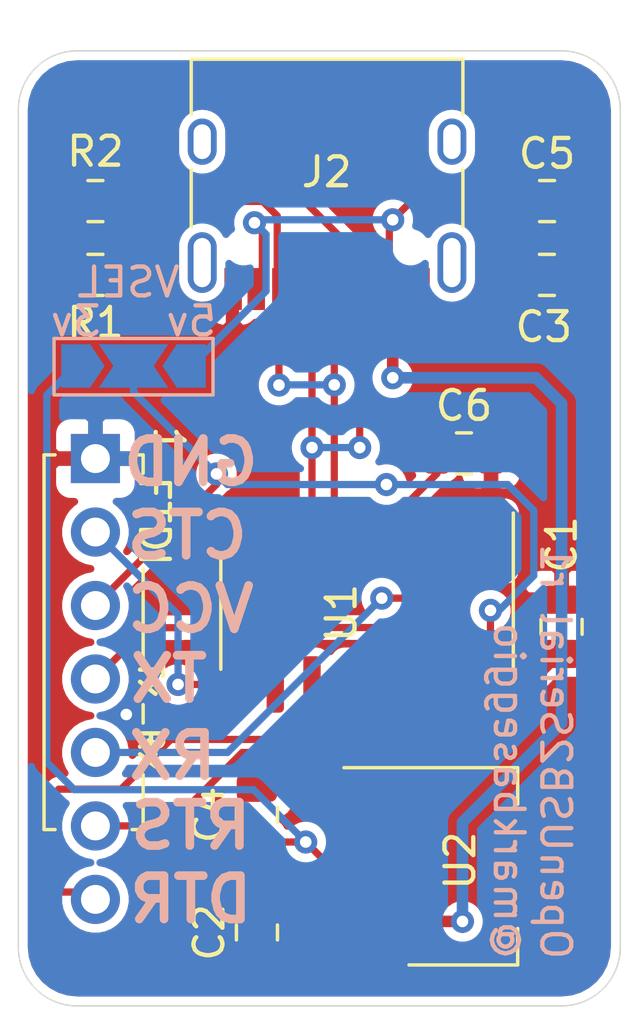
<source format=kicad_pcb>
(kicad_pcb (version 20171130) (host pcbnew "(5.1.5)-3")

  (general
    (thickness 1.6)
    (drawings 31)
    (tracks 140)
    (zones 0)
    (modules 13)
    (nets 24)
  )

  (page A4)
  (layers
    (0 F.Cu signal)
    (31 B.Cu signal hide)
    (32 B.Adhes user hide)
    (33 F.Adhes user hide)
    (34 B.Paste user hide)
    (35 F.Paste user)
    (36 B.SilkS user hide)
    (37 F.SilkS user)
    (38 B.Mask user hide)
    (39 F.Mask user)
    (40 Dwgs.User user hide)
    (41 Cmts.User user hide)
    (42 Eco1.User user hide)
    (43 Eco2.User user hide)
    (44 Edge.Cuts user)
    (45 Margin user hide)
    (46 B.CrtYd user hide)
    (47 F.CrtYd user)
    (48 B.Fab user hide)
    (49 F.Fab user)
  )

  (setup
    (last_trace_width 0.25)
    (trace_clearance 0.2)
    (zone_clearance 0.3)
    (zone_45_only no)
    (trace_min 0.2)
    (via_size 0.8)
    (via_drill 0.4)
    (via_min_size 0.4)
    (via_min_drill 0.3)
    (uvia_size 0.3)
    (uvia_drill 0.1)
    (uvias_allowed no)
    (uvia_min_size 0.2)
    (uvia_min_drill 0.1)
    (edge_width 0.05)
    (segment_width 0.2)
    (pcb_text_width 0.3)
    (pcb_text_size 1.5 1.5)
    (mod_edge_width 0.12)
    (mod_text_size 1 1)
    (mod_text_width 0.15)
    (pad_size 2 3.8)
    (pad_drill 0)
    (pad_to_mask_clearance 0.051)
    (solder_mask_min_width 0.25)
    (aux_axis_origin 0 0)
    (visible_elements 7FFFFFFF)
    (pcbplotparams
      (layerselection 0x010fc_ffffffff)
      (usegerberextensions true)
      (usegerberattributes false)
      (usegerberadvancedattributes false)
      (creategerberjobfile false)
      (excludeedgelayer true)
      (linewidth 0.100000)
      (plotframeref false)
      (viasonmask false)
      (mode 1)
      (useauxorigin false)
      (hpglpennumber 1)
      (hpglpenspeed 20)
      (hpglpendiameter 15.000000)
      (psnegative false)
      (psa4output false)
      (plotreference true)
      (plotvalue true)
      (plotinvisibletext false)
      (padsonsilk false)
      (subtractmaskfromsilk false)
      (outputformat 1)
      (mirror false)
      (drillshape 0)
      (scaleselection 1)
      (outputdirectory "gerbers/"))
  )

  (net 0 "")
  (net 1 GND)
  (net 2 +3V3)
  (net 3 +5V)
  (net 4 RTS)
  (net 5 DTR)
  (net 6 RX)
  (net 7 TX)
  (net 8 CTS)
  (net 9 "Net-(J2-PadB8)")
  (net 10 "Net-(J2-PadA5)")
  (net 11 D-)
  (net 12 D+)
  (net 13 "Net-(J2-PadA8)")
  (net 14 "Net-(J2-PadB5)")
  (net 15 SHLD)
  (net 16 "Net-(U1-Pad15)")
  (net 17 "Net-(U1-Pad12)")
  (net 18 "Net-(U1-Pad11)")
  (net 19 "Net-(U1-Pad10)")
  (net 20 "Net-(U1-Pad8)")
  (net 21 "Net-(U1-Pad7)")
  (net 22 VCC)
  (net 23 "Net-(C6-Pad1)")

  (net_class Default "This is the default net class."
    (clearance 0.2)
    (trace_width 0.25)
    (via_dia 0.8)
    (via_drill 0.4)
    (uvia_dia 0.3)
    (uvia_drill 0.1)
    (add_net +3V3)
    (add_net +5V)
    (add_net CTS)
    (add_net D+)
    (add_net D-)
    (add_net DTR)
    (add_net GND)
    (add_net "Net-(C6-Pad1)")
    (add_net "Net-(J2-PadA5)")
    (add_net "Net-(J2-PadA8)")
    (add_net "Net-(J2-PadB5)")
    (add_net "Net-(J2-PadB8)")
    (add_net "Net-(U1-Pad10)")
    (add_net "Net-(U1-Pad11)")
    (add_net "Net-(U1-Pad12)")
    (add_net "Net-(U1-Pad15)")
    (add_net "Net-(U1-Pad7)")
    (add_net "Net-(U1-Pad8)")
    (add_net RTS)
    (add_net RX)
    (add_net SHLD)
    (add_net TX)
    (add_net VCC)
  )

  (module Connector_PinHeader_2.54mm:PinHeader_1x07_P2.54mm_Vertical (layer F.Cu) (tedit 5E4C3403) (tstamp 5D7984F1)
    (at 103.632 79.502)
    (descr "Through hole straight pin header, 1x07, 2.54mm pitch, single row")
    (tags "Through hole pin header THT 1x07 2.54mm single row")
    (path /5D7F481A)
    (fp_text reference J1 (at 0 -2.33) (layer F.Fab)
      (effects (font (size 1 1) (thickness 0.15)))
    )
    (fp_text value SERIAL (at 0 17.57) (layer F.Fab)
      (effects (font (size 1 1) (thickness 0.15)))
    )
    (fp_text user %R (at 0 7.62 90) (layer F.Fab)
      (effects (font (size 1 1) (thickness 0.15)))
    )
    (fp_line (start 1.8 -1.8) (end -1.8 -1.8) (layer F.CrtYd) (width 0.05))
    (fp_line (start 1.8 17.05) (end 1.8 -1.8) (layer F.CrtYd) (width 0.05))
    (fp_line (start -1.8 17.05) (end 1.8 17.05) (layer F.CrtYd) (width 0.05))
    (fp_line (start -1.8 -1.8) (end -1.8 17.05) (layer F.CrtYd) (width 0.05))
    (fp_line (start -1.27 -0.635) (end -0.635 -1.27) (layer F.Fab) (width 0.1))
    (fp_line (start -1.27 16.51) (end -1.27 -0.635) (layer F.Fab) (width 0.1))
    (fp_line (start 1.27 16.51) (end -1.27 16.51) (layer F.Fab) (width 0.1))
    (fp_line (start 1.27 -1.27) (end 1.27 16.51) (layer F.Fab) (width 0.1))
    (fp_line (start -0.635 -1.27) (end 1.27 -1.27) (layer F.Fab) (width 0.1))
    (pad 7 thru_hole oval (at 0 15.24) (size 1.7 1.7) (drill 1) (layers *.Cu *.Mask)
      (net 5 DTR))
    (pad 6 thru_hole oval (at 0 12.7) (size 1.7 1.7) (drill 1) (layers *.Cu *.Mask)
      (net 4 RTS))
    (pad 5 thru_hole oval (at 0 10.16) (size 1.7 1.7) (drill 1) (layers *.Cu *.Mask)
      (net 6 RX))
    (pad 4 thru_hole oval (at 0 7.62) (size 1.7 1.7) (drill 1) (layers *.Cu *.Mask)
      (net 7 TX))
    (pad 3 thru_hole oval (at 0 5.08) (size 1.7 1.7) (drill 1) (layers *.Cu *.Mask)
      (net 22 VCC))
    (pad 2 thru_hole oval (at 0 2.54) (size 1.7 1.7) (drill 1) (layers *.Cu *.Mask)
      (net 8 CTS))
    (pad 1 thru_hole rect (at 0 0) (size 1.7 1.7) (drill 1) (layers *.Cu *.Mask)
      (net 1 GND))
    (model ${KISYS3DMOD}/Connector_PinHeader_2.54mm.3dshapes/PinHeader_1x07_P2.54mm_Vertical.wrl
      (at (xyz 0 0 0))
      (scale (xyz 1 1 1))
      (rotate (xyz 0 0 0))
    )
  )

  (module Capacitor_SMD:C_0805_2012Metric (layer F.Cu) (tedit 5B36C52B) (tstamp 5E4C871D)
    (at 116.3828 79.3242)
    (descr "Capacitor SMD 0805 (2012 Metric), square (rectangular) end terminal, IPC_7351 nominal, (Body size source: https://docs.google.com/spreadsheets/d/1BsfQQcO9C6DZCsRaXUlFlo91Tg2WpOkGARC1WS5S8t0/edit?usp=sharing), generated with kicad-footprint-generator")
    (tags capacitor)
    (path /5E4C7817)
    (attr smd)
    (fp_text reference C6 (at 0 -1.65) (layer F.SilkS)
      (effects (font (size 1 1) (thickness 0.15)))
    )
    (fp_text value 10nF (at 0 1.65) (layer F.Fab)
      (effects (font (size 1 1) (thickness 0.15)))
    )
    (fp_text user %R (at 0 0) (layer F.Fab)
      (effects (font (size 0.5 0.5) (thickness 0.08)))
    )
    (fp_line (start 1.68 0.95) (end -1.68 0.95) (layer F.CrtYd) (width 0.05))
    (fp_line (start 1.68 -0.95) (end 1.68 0.95) (layer F.CrtYd) (width 0.05))
    (fp_line (start -1.68 -0.95) (end 1.68 -0.95) (layer F.CrtYd) (width 0.05))
    (fp_line (start -1.68 0.95) (end -1.68 -0.95) (layer F.CrtYd) (width 0.05))
    (fp_line (start -0.258578 0.71) (end 0.258578 0.71) (layer F.SilkS) (width 0.12))
    (fp_line (start -0.258578 -0.71) (end 0.258578 -0.71) (layer F.SilkS) (width 0.12))
    (fp_line (start 1 0.6) (end -1 0.6) (layer F.Fab) (width 0.1))
    (fp_line (start 1 -0.6) (end 1 0.6) (layer F.Fab) (width 0.1))
    (fp_line (start -1 -0.6) (end 1 -0.6) (layer F.Fab) (width 0.1))
    (fp_line (start -1 0.6) (end -1 -0.6) (layer F.Fab) (width 0.1))
    (pad 2 smd roundrect (at 0.9375 0) (size 0.975 1.4) (layers F.Cu F.Paste F.Mask) (roundrect_rratio 0.25)
      (net 1 GND))
    (pad 1 smd roundrect (at -0.9375 0) (size 0.975 1.4) (layers F.Cu F.Paste F.Mask) (roundrect_rratio 0.25)
      (net 23 "Net-(C6-Pad1)"))
    (model ${KISYS3DMOD}/Capacitor_SMD.3dshapes/C_0805_2012Metric.wrl
      (at (xyz 0 0 0))
      (scale (xyz 1 1 1))
      (rotate (xyz 0 0 0))
    )
  )

  (module Jumper:SolderJumper-3_P2.0mm_Open_TrianglePad1.0x1.5mm (layer B.Cu) (tedit 5E2D18DD) (tstamp 5E2D7103)
    (at 104.95 76.3)
    (descr "SMD Solder Jumper, 1x1.5mm Triangular Pads, 0.3mm gap, open")
    (tags "solder jumper open")
    (path /5E2D625A)
    (attr virtual)
    (fp_text reference JP1 (at 0.725 1.775) (layer B.Fab) hide
      (effects (font (size 1 1) (thickness 0.15)) (justify mirror))
    )
    (fp_text value VSEL (at -0.175 -2.894) (layer B.SilkS)
      (effects (font (size 1 1) (thickness 0.15)) (justify mirror))
    )
    (fp_line (start 3 -1.25) (end -2.98 -1.25) (layer B.CrtYd) (width 0.05))
    (fp_line (start 3 -1.25) (end 3 1.27) (layer B.CrtYd) (width 0.05))
    (fp_line (start -2.98 1.27) (end -2.98 -1.25) (layer B.CrtYd) (width 0.05))
    (fp_line (start -2.98 1.27) (end 3 1.27) (layer B.CrtYd) (width 0.05))
    (fp_line (start -2.75 1) (end 2.75 1) (layer B.SilkS) (width 0.12))
    (fp_line (start 2.75 1) (end 2.75 -0.95) (layer B.SilkS) (width 0.12))
    (fp_line (start 2.75 -0.95) (end -2.75 -0.95) (layer B.SilkS) (width 0.12))
    (fp_line (start -2.75 -0.95) (end -2.75 1) (layer B.SilkS) (width 0.12))
    (pad 3 smd custom (at 2 0 180) (size 0.3 0.3) (layers B.Cu B.Mask)
      (net 3 +5V) (zone_connect 2)
      (options (clearance outline) (anchor rect))
      (primitives
        (gr_poly (pts
           (xy -0.5 0.75) (xy 0.5 0.75) (xy 1 0) (xy 0.5 -0.75) (xy -0.5 -0.75)
) (width 0))
      ))
    (pad 2 smd custom (at 0 0) (size 0.3 0.3) (layers B.Cu)
      (net 22 VCC) (zone_connect 2)
      (options (clearance outline) (anchor rect))
      (primitives
        (gr_poly (pts
           (xy -1.2 0.75) (xy 1.2 0.75) (xy 0.7 0) (xy 1.2 -0.75) (xy -1.2 -0.75)
           (xy -0.7 0)) (width 0))
      ))
    (pad 1 smd custom (at -2 0) (size 0.3 0.3) (layers B.Cu B.Mask)
      (net 2 +3V3) (zone_connect 2)
      (options (clearance outline) (anchor rect))
      (primitives
        (gr_poly (pts
           (xy -0.5 0.75) (xy 0.5 0.75) (xy 1 0) (xy 0.5 -0.75) (xy -0.5 -0.75)
) (width 0))
      ))
    (pad "" smd rect (at -1.2 0) (size 1.5 1.5) (layers B.Mask))
    (pad "" smd rect (at 1.2 0) (size 1.5 1.5) (layers B.Mask))
  )

  (module Capacitor_SMD:C_0805_2012Metric (layer F.Cu) (tedit 5B36C52B) (tstamp 5E4C8E99)
    (at 119.2585 70.6)
    (descr "Capacitor SMD 0805 (2012 Metric), square (rectangular) end terminal, IPC_7351 nominal, (Body size source: https://docs.google.com/spreadsheets/d/1BsfQQcO9C6DZCsRaXUlFlo91Tg2WpOkGARC1WS5S8t0/edit?usp=sharing), generated with kicad-footprint-generator")
    (tags capacitor)
    (path /5E2EEDFB)
    (attr smd)
    (fp_text reference C5 (at 0 -1.639) (layer F.SilkS)
      (effects (font (size 1 1) (thickness 0.15)))
    )
    (fp_text value 10uF (at 0 1.65) (layer F.Fab)
      (effects (font (size 1 1) (thickness 0.15)))
    )
    (fp_text user %R (at 0 0) (layer F.Fab)
      (effects (font (size 0.5 0.5) (thickness 0.08)))
    )
    (fp_line (start 1.68 0.95) (end -1.68 0.95) (layer F.CrtYd) (width 0.05))
    (fp_line (start 1.68 -0.95) (end 1.68 0.95) (layer F.CrtYd) (width 0.05))
    (fp_line (start -1.68 -0.95) (end 1.68 -0.95) (layer F.CrtYd) (width 0.05))
    (fp_line (start -1.68 0.95) (end -1.68 -0.95) (layer F.CrtYd) (width 0.05))
    (fp_line (start -0.258578 0.71) (end 0.258578 0.71) (layer F.SilkS) (width 0.12))
    (fp_line (start -0.258578 -0.71) (end 0.258578 -0.71) (layer F.SilkS) (width 0.12))
    (fp_line (start 1 0.6) (end -1 0.6) (layer F.Fab) (width 0.1))
    (fp_line (start 1 -0.6) (end 1 0.6) (layer F.Fab) (width 0.1))
    (fp_line (start -1 -0.6) (end 1 -0.6) (layer F.Fab) (width 0.1))
    (fp_line (start -1 0.6) (end -1 -0.6) (layer F.Fab) (width 0.1))
    (pad 2 smd roundrect (at 0.9375 0) (size 0.975 1.4) (layers F.Cu F.Paste F.Mask) (roundrect_rratio 0.25)
      (net 3 +5V))
    (pad 1 smd roundrect (at -0.9375 0) (size 0.975 1.4) (layers F.Cu F.Paste F.Mask) (roundrect_rratio 0.25)
      (net 1 GND))
    (model ${KISYS3DMOD}/Capacitor_SMD.3dshapes/C_0805_2012Metric.wrl
      (at (xyz 0 0 0))
      (scale (xyz 1 1 1))
      (rotate (xyz 0 0 0))
    )
  )

  (module Package_TO_SOT_SMD:SOT-223 (layer F.Cu) (tedit 5D79259C) (tstamp 5D79910D)
    (at 116.332 93.599)
    (descr "module CMS SOT223 4 pins")
    (tags "CMS SOT")
    (path /5D79E754)
    (attr smd)
    (fp_text reference U2 (at -0.082 -0.199 90) (layer F.SilkS)
      (effects (font (size 1 1) (thickness 0.15)))
    )
    (fp_text value AZ1117-3.3 (at 0 4.5) (layer F.Fab)
      (effects (font (size 1 1) (thickness 0.15)))
    )
    (fp_line (start 1.85 -3.35) (end 1.85 3.35) (layer F.Fab) (width 0.1))
    (fp_line (start -1.85 3.35) (end 1.85 3.35) (layer F.Fab) (width 0.1))
    (fp_line (start -4.1 -3.41) (end 1.91 -3.41) (layer F.SilkS) (width 0.12))
    (fp_line (start -0.8 -3.35) (end 1.85 -3.35) (layer F.Fab) (width 0.1))
    (fp_line (start -1.85 3.41) (end 1.91 3.41) (layer F.SilkS) (width 0.12))
    (fp_line (start -1.85 -2.3) (end -1.85 3.35) (layer F.Fab) (width 0.1))
    (fp_line (start -4.4 -3.6) (end -4.4 3.6) (layer F.CrtYd) (width 0.05))
    (fp_line (start -4.4 3.6) (end 4.4 3.6) (layer F.CrtYd) (width 0.05))
    (fp_line (start 4.4 3.6) (end 4.4 -3.6) (layer F.CrtYd) (width 0.05))
    (fp_line (start 4.4 -3.6) (end -4.4 -3.6) (layer F.CrtYd) (width 0.05))
    (fp_line (start 1.91 -3.41) (end 1.91 -2.15) (layer F.SilkS) (width 0.12))
    (fp_line (start 1.91 3.41) (end 1.91 2.15) (layer F.SilkS) (width 0.12))
    (fp_line (start -1.85 -2.3) (end -0.8 -3.35) (layer F.Fab) (width 0.1))
    (fp_text user %R (at 0 0 90) (layer F.Fab)
      (effects (font (size 0.8 0.8) (thickness 0.12)))
    )
    (pad 1 smd rect (at -3.15 -2.3) (size 2 1.5) (layers F.Cu F.Paste F.Mask)
      (net 1 GND))
    (pad 3 smd rect (at -3.15 2.3) (size 2 1.5) (layers F.Cu F.Paste F.Mask)
      (net 3 +5V))
    (pad 2 smd rect (at -3.15 0) (size 2 1.5) (layers F.Cu F.Paste F.Mask)
      (net 2 +3V3))
    (pad 4 smd rect (at 3.15 0) (size 2 3.8) (layers F.Cu F.Paste F.Mask))
    (model ${KISYS3DMOD}/Package_TO_SOT_SMD.3dshapes/SOT-223.wrl
      (at (xyz 0 0 0))
      (scale (xyz 1 1 1))
      (rotate (xyz 0 0 0))
    )
  )

  (module Package_SO:SOIC-16_3.9x9.9mm_P1.27mm (layer F.Cu) (tedit 5C97300E) (tstamp 5D798685)
    (at 113.03 84.836 270)
    (descr "SOIC, 16 Pin (JEDEC MS-012AC, https://www.analog.com/media/en/package-pcb-resources/package/pkg_pdf/soic_narrow-r/r_16.pdf), generated with kicad-footprint-generator ipc_gullwing_generator.py")
    (tags "SOIC SO")
    (path /5D7AE11B)
    (attr smd)
    (fp_text reference U1 (at 0 0.889 90) (layer F.SilkS)
      (effects (font (size 1 1) (thickness 0.15)))
    )
    (fp_text value CH340C (at 0 5.9 90) (layer F.Fab)
      (effects (font (size 1 1) (thickness 0.15)))
    )
    (fp_text user %R (at 0 0.889 90) (layer F.Fab)
      (effects (font (size 0.98 0.98) (thickness 0.15)))
    )
    (fp_line (start 3.7 -5.2) (end -3.7 -5.2) (layer F.CrtYd) (width 0.05))
    (fp_line (start 3.7 5.2) (end 3.7 -5.2) (layer F.CrtYd) (width 0.05))
    (fp_line (start -3.7 5.2) (end 3.7 5.2) (layer F.CrtYd) (width 0.05))
    (fp_line (start -3.7 -5.2) (end -3.7 5.2) (layer F.CrtYd) (width 0.05))
    (fp_line (start -1.95 -3.975) (end -0.975 -4.95) (layer F.Fab) (width 0.1))
    (fp_line (start -1.95 4.95) (end -1.95 -3.975) (layer F.Fab) (width 0.1))
    (fp_line (start 1.95 4.95) (end -1.95 4.95) (layer F.Fab) (width 0.1))
    (fp_line (start 1.95 -4.95) (end 1.95 4.95) (layer F.Fab) (width 0.1))
    (fp_line (start -0.975 -4.95) (end 1.95 -4.95) (layer F.Fab) (width 0.1))
    (fp_line (start 0 -5.06) (end -3.45 -5.06) (layer F.SilkS) (width 0.12))
    (fp_line (start 0 -5.06) (end 1.95 -5.06) (layer F.SilkS) (width 0.12))
    (fp_line (start 0 5.06) (end -1.95 5.06) (layer F.SilkS) (width 0.12))
    (fp_line (start 0 5.06) (end 1.95 5.06) (layer F.SilkS) (width 0.12))
    (pad 16 smd roundrect (at 2.475 -4.445 270) (size 1.95 0.6) (layers F.Cu F.Paste F.Mask) (roundrect_rratio 0.25)
      (net 22 VCC))
    (pad 15 smd roundrect (at 2.475 -3.175 270) (size 1.95 0.6) (layers F.Cu F.Paste F.Mask) (roundrect_rratio 0.25)
      (net 16 "Net-(U1-Pad15)"))
    (pad 14 smd roundrect (at 2.475 -1.905 270) (size 1.95 0.6) (layers F.Cu F.Paste F.Mask) (roundrect_rratio 0.25)
      (net 4 RTS))
    (pad 13 smd roundrect (at 2.475 -0.635 270) (size 1.95 0.6) (layers F.Cu F.Paste F.Mask) (roundrect_rratio 0.25)
      (net 5 DTR))
    (pad 12 smd roundrect (at 2.475 0.635 270) (size 1.95 0.6) (layers F.Cu F.Paste F.Mask) (roundrect_rratio 0.25)
      (net 17 "Net-(U1-Pad12)"))
    (pad 11 smd roundrect (at 2.475 1.905 270) (size 1.95 0.6) (layers F.Cu F.Paste F.Mask) (roundrect_rratio 0.25)
      (net 18 "Net-(U1-Pad11)"))
    (pad 10 smd roundrect (at 2.475 3.175 270) (size 1.95 0.6) (layers F.Cu F.Paste F.Mask) (roundrect_rratio 0.25)
      (net 19 "Net-(U1-Pad10)"))
    (pad 9 smd roundrect (at 2.475 4.445 270) (size 1.95 0.6) (layers F.Cu F.Paste F.Mask) (roundrect_rratio 0.25)
      (net 8 CTS))
    (pad 8 smd roundrect (at -2.475 4.445 270) (size 1.95 0.6) (layers F.Cu F.Paste F.Mask) (roundrect_rratio 0.25)
      (net 20 "Net-(U1-Pad8)"))
    (pad 7 smd roundrect (at -2.475 3.175 270) (size 1.95 0.6) (layers F.Cu F.Paste F.Mask) (roundrect_rratio 0.25)
      (net 21 "Net-(U1-Pad7)"))
    (pad 6 smd roundrect (at -2.475 1.905 270) (size 1.95 0.6) (layers F.Cu F.Paste F.Mask) (roundrect_rratio 0.25)
      (net 11 D-))
    (pad 5 smd roundrect (at -2.475 0.635 270) (size 1.95 0.6) (layers F.Cu F.Paste F.Mask) (roundrect_rratio 0.25)
      (net 12 D+))
    (pad 4 smd roundrect (at -2.475 -0.635 270) (size 1.95 0.6) (layers F.Cu F.Paste F.Mask) (roundrect_rratio 0.25)
      (net 23 "Net-(C6-Pad1)"))
    (pad 3 smd roundrect (at -2.475 -1.905 270) (size 1.95 0.6) (layers F.Cu F.Paste F.Mask) (roundrect_rratio 0.25)
      (net 6 RX))
    (pad 2 smd roundrect (at -2.475 -3.175 270) (size 1.95 0.6) (layers F.Cu F.Paste F.Mask) (roundrect_rratio 0.25)
      (net 7 TX))
    (pad 1 smd roundrect (at -2.475 -4.445 270) (size 1.95 0.6) (layers F.Cu F.Paste F.Mask) (roundrect_rratio 0.25)
      (net 1 GND))
    (model ${KISYS3DMOD}/Package_SO.3dshapes/SOIC-16_3.9x9.9mm_P1.27mm.wrl
      (at (xyz 0 0 0))
      (scale (xyz 1 1 1))
      (rotate (xyz 0 0 0))
    )
  )

  (module Resistor_SMD:R_0805_2012Metric (layer F.Cu) (tedit 5B36C52B) (tstamp 5D797A1E)
    (at 103.632 70.6 180)
    (descr "Resistor SMD 0805 (2012 Metric), square (rectangular) end terminal, IPC_7351 nominal, (Body size source: https://docs.google.com/spreadsheets/d/1BsfQQcO9C6DZCsRaXUlFlo91Tg2WpOkGARC1WS5S8t0/edit?usp=sharing), generated with kicad-footprint-generator")
    (tags resistor)
    (path /5D7B7BF2)
    (attr smd)
    (fp_text reference R2 (at 0 1.7152) (layer F.SilkS)
      (effects (font (size 1 1) (thickness 0.15)))
    )
    (fp_text value 5.1k (at 0 -1.663) (layer F.Fab)
      (effects (font (size 1 1) (thickness 0.15)))
    )
    (fp_text user %R (at 0 0) (layer F.Fab)
      (effects (font (size 0.5 0.5) (thickness 0.08)))
    )
    (fp_line (start 1.68 0.95) (end -1.68 0.95) (layer F.CrtYd) (width 0.05))
    (fp_line (start 1.68 -0.95) (end 1.68 0.95) (layer F.CrtYd) (width 0.05))
    (fp_line (start -1.68 -0.95) (end 1.68 -0.95) (layer F.CrtYd) (width 0.05))
    (fp_line (start -1.68 0.95) (end -1.68 -0.95) (layer F.CrtYd) (width 0.05))
    (fp_line (start -0.258578 0.71) (end 0.258578 0.71) (layer F.SilkS) (width 0.12))
    (fp_line (start -0.258578 -0.71) (end 0.258578 -0.71) (layer F.SilkS) (width 0.12))
    (fp_line (start 1 0.6) (end -1 0.6) (layer F.Fab) (width 0.1))
    (fp_line (start 1 -0.6) (end 1 0.6) (layer F.Fab) (width 0.1))
    (fp_line (start -1 -0.6) (end 1 -0.6) (layer F.Fab) (width 0.1))
    (fp_line (start -1 0.6) (end -1 -0.6) (layer F.Fab) (width 0.1))
    (pad 2 smd roundrect (at 0.9375 0 180) (size 0.975 1.4) (layers F.Cu F.Paste F.Mask) (roundrect_rratio 0.25)
      (net 1 GND))
    (pad 1 smd roundrect (at -0.9375 0 180) (size 0.975 1.4) (layers F.Cu F.Paste F.Mask) (roundrect_rratio 0.25)
      (net 10 "Net-(J2-PadA5)"))
    (model ${KISYS3DMOD}/Resistor_SMD.3dshapes/R_0805_2012Metric.wrl
      (at (xyz 0 0 0))
      (scale (xyz 1 1 1))
      (rotate (xyz 0 0 0))
    )
  )

  (module Resistor_SMD:R_0805_2012Metric (layer F.Cu) (tedit 5B36C52B) (tstamp 5ED504D5)
    (at 103.632 73.152 180)
    (descr "Resistor SMD 0805 (2012 Metric), square (rectangular) end terminal, IPC_7351 nominal, (Body size source: https://docs.google.com/spreadsheets/d/1BsfQQcO9C6DZCsRaXUlFlo91Tg2WpOkGARC1WS5S8t0/edit?usp=sharing), generated with kicad-footprint-generator")
    (tags resistor)
    (path /5D7B8E68)
    (attr smd)
    (fp_text reference R1 (at 0 -1.65) (layer F.SilkS)
      (effects (font (size 1 1) (thickness 0.15)))
    )
    (fp_text value 5.1k (at -0.127 -1.651) (layer F.Fab)
      (effects (font (size 1 1) (thickness 0.15)))
    )
    (fp_text user %R (at 0 0) (layer F.Fab)
      (effects (font (size 0.5 0.5) (thickness 0.08)))
    )
    (fp_line (start 1.68 0.95) (end -1.68 0.95) (layer F.CrtYd) (width 0.05))
    (fp_line (start 1.68 -0.95) (end 1.68 0.95) (layer F.CrtYd) (width 0.05))
    (fp_line (start -1.68 -0.95) (end 1.68 -0.95) (layer F.CrtYd) (width 0.05))
    (fp_line (start -1.68 0.95) (end -1.68 -0.95) (layer F.CrtYd) (width 0.05))
    (fp_line (start -0.258578 0.71) (end 0.258578 0.71) (layer F.SilkS) (width 0.12))
    (fp_line (start -0.258578 -0.71) (end 0.258578 -0.71) (layer F.SilkS) (width 0.12))
    (fp_line (start 1 0.6) (end -1 0.6) (layer F.Fab) (width 0.1))
    (fp_line (start 1 -0.6) (end 1 0.6) (layer F.Fab) (width 0.1))
    (fp_line (start -1 -0.6) (end 1 -0.6) (layer F.Fab) (width 0.1))
    (fp_line (start -1 0.6) (end -1 -0.6) (layer F.Fab) (width 0.1))
    (pad 2 smd roundrect (at 0.9375 0 180) (size 0.975 1.4) (layers F.Cu F.Paste F.Mask) (roundrect_rratio 0.25)
      (net 1 GND))
    (pad 1 smd roundrect (at -0.9375 0 180) (size 0.975 1.4) (layers F.Cu F.Paste F.Mask) (roundrect_rratio 0.25)
      (net 14 "Net-(J2-PadB5)"))
    (model ${KISYS3DMOD}/Resistor_SMD.3dshapes/R_0805_2012Metric.wrl
      (at (xyz 0 0 0))
      (scale (xyz 1 1 1))
      (rotate (xyz 0 0 0))
    )
  )

  (module Connector_USB:USB_C_Receptacle_HRO_TYPE-C-31-M-12 (layer F.Cu) (tedit 5D3C0721) (tstamp 5D7974A5)
    (at 111.646 69.596 180)
    (descr "USB Type-C receptacle for USB 2.0 and PD, http://www.krhro.com/uploads/soft/180320/1-1P320120243.pdf")
    (tags "usb usb-c 2.0 pd")
    (path /5D7AFDEA)
    (attr smd)
    (fp_text reference J2 (at 0.013 0) (layer F.SilkS)
      (effects (font (size 1 1) (thickness 0.15)))
    )
    (fp_text value USB_C_Receptacle_USB2.0 (at 0 5.1) (layer F.Fab)
      (effects (font (size 1 1) (thickness 0.15)))
    )
    (fp_line (start -4.7 3.9) (end 4.7 3.9) (layer F.SilkS) (width 0.12))
    (fp_line (start -4.47 -3.65) (end 4.47 -3.65) (layer F.Fab) (width 0.1))
    (fp_line (start -4.47 -3.65) (end -4.47 3.65) (layer F.Fab) (width 0.1))
    (fp_line (start -4.47 3.65) (end 4.47 3.65) (layer F.Fab) (width 0.1))
    (fp_line (start 4.47 -3.65) (end 4.47 3.65) (layer F.Fab) (width 0.1))
    (fp_text user %R (at 0 0) (layer F.Fab)
      (effects (font (size 1 1) (thickness 0.15)))
    )
    (fp_line (start -5.32 -5.27) (end 5.32 -5.27) (layer F.CrtYd) (width 0.05))
    (fp_line (start -5.32 4.15) (end 5.32 4.15) (layer F.CrtYd) (width 0.05))
    (fp_line (start -5.32 -5.27) (end -5.32 4.15) (layer F.CrtYd) (width 0.05))
    (fp_line (start 5.32 -5.27) (end 5.32 4.15) (layer F.CrtYd) (width 0.05))
    (fp_line (start 4.7 -1.9) (end 4.7 0.1) (layer F.SilkS) (width 0.12))
    (fp_line (start 4.7 2) (end 4.7 3.9) (layer F.SilkS) (width 0.12))
    (fp_line (start -4.7 -1.9) (end -4.7 0.1) (layer F.SilkS) (width 0.12))
    (fp_line (start -4.7 2) (end -4.7 3.9) (layer F.SilkS) (width 0.12))
    (pad B1 smd rect (at 3.25 -4.045 180) (size 0.6 1.45) (layers F.Cu F.Paste F.Mask)
      (net 1 GND))
    (pad A9 smd rect (at 2.45 -4.045 180) (size 0.6 1.45) (layers F.Cu F.Paste F.Mask)
      (net 3 +5V))
    (pad B9 smd rect (at -2.45 -4.045 180) (size 0.6 1.45) (layers F.Cu F.Paste F.Mask)
      (net 3 +5V))
    (pad B12 smd rect (at -3.25 -4.045 180) (size 0.6 1.45) (layers F.Cu F.Paste F.Mask)
      (net 1 GND))
    (pad A1 smd rect (at -3.25 -4.045 180) (size 0.6 1.45) (layers F.Cu F.Paste F.Mask)
      (net 1 GND))
    (pad A4 smd rect (at -2.45 -4.045 180) (size 0.6 1.45) (layers F.Cu F.Paste F.Mask)
      (net 3 +5V))
    (pad B4 smd rect (at 2.45 -4.045 180) (size 0.6 1.45) (layers F.Cu F.Paste F.Mask)
      (net 3 +5V))
    (pad A12 smd rect (at 3.25 -4.045 180) (size 0.6 1.45) (layers F.Cu F.Paste F.Mask)
      (net 1 GND))
    (pad B8 smd rect (at -1.75 -4.045 180) (size 0.3 1.45) (layers F.Cu F.Paste F.Mask)
      (net 9 "Net-(J2-PadB8)"))
    (pad A5 smd rect (at -1.25 -4.045 180) (size 0.3 1.45) (layers F.Cu F.Paste F.Mask)
      (net 10 "Net-(J2-PadA5)"))
    (pad B7 smd rect (at -0.75 -4.045 180) (size 0.3 1.45) (layers F.Cu F.Paste F.Mask)
      (net 11 D-))
    (pad A7 smd rect (at 0.25 -4.045 180) (size 0.3 1.45) (layers F.Cu F.Paste F.Mask)
      (net 11 D-))
    (pad B6 smd rect (at 0.75 -4.045 180) (size 0.3 1.45) (layers F.Cu F.Paste F.Mask)
      (net 12 D+))
    (pad A8 smd rect (at 1.25 -4.045 180) (size 0.3 1.45) (layers F.Cu F.Paste F.Mask)
      (net 13 "Net-(J2-PadA8)"))
    (pad B5 smd rect (at 1.75 -4.045 180) (size 0.3 1.45) (layers F.Cu F.Paste F.Mask)
      (net 14 "Net-(J2-PadB5)"))
    (pad A6 smd rect (at -0.25 -4.045 180) (size 0.3 1.45) (layers F.Cu F.Paste F.Mask)
      (net 12 D+))
    (pad S1 thru_hole oval (at 4.32 -3.13 180) (size 1 2.1) (drill oval 0.6 1.7) (layers *.Cu *.Mask)
      (net 15 SHLD))
    (pad S1 thru_hole oval (at -4.32 -3.13 180) (size 1 2.1) (drill oval 0.6 1.7) (layers *.Cu *.Mask)
      (net 15 SHLD))
    (pad "" np_thru_hole circle (at -2.89 -2.6 180) (size 0.65 0.65) (drill 0.65) (layers *.Cu *.Mask))
    (pad S1 thru_hole oval (at -4.32 1.05 180) (size 1 1.6) (drill oval 0.6 1.2) (layers *.Cu *.Mask)
      (net 15 SHLD))
    (pad "" np_thru_hole circle (at 2.89 -2.6 180) (size 0.65 0.65) (drill 0.65) (layers *.Cu *.Mask))
    (pad S1 thru_hole oval (at 4.32 1.05 180) (size 1 1.6) (drill oval 0.6 1.2) (layers *.Cu *.Mask)
      (net 15 SHLD))
    (model ${KISYS3DMOD}/Connector_USB.3dshapes/USB_C_Receptacle_HRO_TYPE-C-31-M-12.wrl
      (at (xyz 0 0 0))
      (scale (xyz 1 1 1))
      (rotate (xyz 0 0 0))
    )
  )

  (module Capacitor_SMD:C_0805_2012Metric (layer F.Cu) (tedit 5B36C52B) (tstamp 5D799522)
    (at 109.22 91.821 90)
    (descr "Capacitor SMD 0805 (2012 Metric), square (rectangular) end terminal, IPC_7351 nominal, (Body size source: https://docs.google.com/spreadsheets/d/1BsfQQcO9C6DZCsRaXUlFlo91Tg2WpOkGARC1WS5S8t0/edit?usp=sharing), generated with kicad-footprint-generator")
    (tags capacitor)
    (path /5D7A1B8F)
    (attr smd)
    (fp_text reference C4 (at 0 -1.65 90) (layer F.SilkS)
      (effects (font (size 1 1) (thickness 0.15)))
    )
    (fp_text value 22uF (at 0 1.65 90) (layer F.Fab)
      (effects (font (size 1 1) (thickness 0.15)))
    )
    (fp_text user %R (at 0 0 90) (layer F.Fab)
      (effects (font (size 0.5 0.5) (thickness 0.08)))
    )
    (fp_line (start 1.68 0.95) (end -1.68 0.95) (layer F.CrtYd) (width 0.05))
    (fp_line (start 1.68 -0.95) (end 1.68 0.95) (layer F.CrtYd) (width 0.05))
    (fp_line (start -1.68 -0.95) (end 1.68 -0.95) (layer F.CrtYd) (width 0.05))
    (fp_line (start -1.68 0.95) (end -1.68 -0.95) (layer F.CrtYd) (width 0.05))
    (fp_line (start -0.258578 0.71) (end 0.258578 0.71) (layer F.SilkS) (width 0.12))
    (fp_line (start -0.258578 -0.71) (end 0.258578 -0.71) (layer F.SilkS) (width 0.12))
    (fp_line (start 1 0.6) (end -1 0.6) (layer F.Fab) (width 0.1))
    (fp_line (start 1 -0.6) (end 1 0.6) (layer F.Fab) (width 0.1))
    (fp_line (start -1 -0.6) (end 1 -0.6) (layer F.Fab) (width 0.1))
    (fp_line (start -1 0.6) (end -1 -0.6) (layer F.Fab) (width 0.1))
    (pad 2 smd roundrect (at 0.9375 0 90) (size 0.975 1.4) (layers F.Cu F.Paste F.Mask) (roundrect_rratio 0.25)
      (net 1 GND))
    (pad 1 smd roundrect (at -0.9375 0 90) (size 0.975 1.4) (layers F.Cu F.Paste F.Mask) (roundrect_rratio 0.25)
      (net 2 +3V3))
    (model ${KISYS3DMOD}/Capacitor_SMD.3dshapes/C_0805_2012Metric.wrl
      (at (xyz 0 0 0))
      (scale (xyz 1 1 1))
      (rotate (xyz 0 0 0))
    )
  )

  (module Capacitor_SMD:C_0805_2012Metric (layer F.Cu) (tedit 5B36C52B) (tstamp 5D797C5A)
    (at 119.253 73.152)
    (descr "Capacitor SMD 0805 (2012 Metric), square (rectangular) end terminal, IPC_7351 nominal, (Body size source: https://docs.google.com/spreadsheets/d/1BsfQQcO9C6DZCsRaXUlFlo91Tg2WpOkGARC1WS5S8t0/edit?usp=sharing), generated with kicad-footprint-generator")
    (tags capacitor)
    (path /5D7BCCC1)
    (attr smd)
    (fp_text reference C3 (at -0.107 1.798) (layer F.SilkS)
      (effects (font (size 1 1) (thickness 0.15)))
    )
    (fp_text value 0.1uF (at 0 1.65) (layer F.Fab)
      (effects (font (size 1 1) (thickness 0.15)))
    )
    (fp_text user %R (at 0 0) (layer F.Fab)
      (effects (font (size 0.5 0.5) (thickness 0.08)))
    )
    (fp_line (start 1.68 0.95) (end -1.68 0.95) (layer F.CrtYd) (width 0.05))
    (fp_line (start 1.68 -0.95) (end 1.68 0.95) (layer F.CrtYd) (width 0.05))
    (fp_line (start -1.68 -0.95) (end 1.68 -0.95) (layer F.CrtYd) (width 0.05))
    (fp_line (start -1.68 0.95) (end -1.68 -0.95) (layer F.CrtYd) (width 0.05))
    (fp_line (start -0.258578 0.71) (end 0.258578 0.71) (layer F.SilkS) (width 0.12))
    (fp_line (start -0.258578 -0.71) (end 0.258578 -0.71) (layer F.SilkS) (width 0.12))
    (fp_line (start 1 0.6) (end -1 0.6) (layer F.Fab) (width 0.1))
    (fp_line (start 1 -0.6) (end 1 0.6) (layer F.Fab) (width 0.1))
    (fp_line (start -1 -0.6) (end 1 -0.6) (layer F.Fab) (width 0.1))
    (fp_line (start -1 0.6) (end -1 -0.6) (layer F.Fab) (width 0.1))
    (pad 2 smd roundrect (at 0.9375 0) (size 0.975 1.4) (layers F.Cu F.Paste F.Mask) (roundrect_rratio 0.25)
      (net 3 +5V))
    (pad 1 smd roundrect (at -0.9375 0) (size 0.975 1.4) (layers F.Cu F.Paste F.Mask) (roundrect_rratio 0.25)
      (net 1 GND))
    (model ${KISYS3DMOD}/Capacitor_SMD.3dshapes/C_0805_2012Metric.wrl
      (at (xyz 0 0 0))
      (scale (xyz 1 1 1))
      (rotate (xyz 0 0 0))
    )
  )

  (module Capacitor_SMD:C_0805_2012Metric (layer F.Cu) (tedit 5B36C52B) (tstamp 5D797865)
    (at 109.22 95.885 90)
    (descr "Capacitor SMD 0805 (2012 Metric), square (rectangular) end terminal, IPC_7351 nominal, (Body size source: https://docs.google.com/spreadsheets/d/1BsfQQcO9C6DZCsRaXUlFlo91Tg2WpOkGARC1WS5S8t0/edit?usp=sharing), generated with kicad-footprint-generator")
    (tags capacitor)
    (path /5D7A12EB)
    (attr smd)
    (fp_text reference C2 (at 0 -1.65 90) (layer F.SilkS)
      (effects (font (size 1 1) (thickness 0.15)))
    )
    (fp_text value 10uF (at 0 1.65 90) (layer F.Fab)
      (effects (font (size 1 1) (thickness 0.15)))
    )
    (fp_text user %R (at 0 0 90) (layer F.Fab)
      (effects (font (size 0.5 0.5) (thickness 0.08)))
    )
    (fp_line (start 1.68 0.95) (end -1.68 0.95) (layer F.CrtYd) (width 0.05))
    (fp_line (start 1.68 -0.95) (end 1.68 0.95) (layer F.CrtYd) (width 0.05))
    (fp_line (start -1.68 -0.95) (end 1.68 -0.95) (layer F.CrtYd) (width 0.05))
    (fp_line (start -1.68 0.95) (end -1.68 -0.95) (layer F.CrtYd) (width 0.05))
    (fp_line (start -0.258578 0.71) (end 0.258578 0.71) (layer F.SilkS) (width 0.12))
    (fp_line (start -0.258578 -0.71) (end 0.258578 -0.71) (layer F.SilkS) (width 0.12))
    (fp_line (start 1 0.6) (end -1 0.6) (layer F.Fab) (width 0.1))
    (fp_line (start 1 -0.6) (end 1 0.6) (layer F.Fab) (width 0.1))
    (fp_line (start -1 -0.6) (end 1 -0.6) (layer F.Fab) (width 0.1))
    (fp_line (start -1 0.6) (end -1 -0.6) (layer F.Fab) (width 0.1))
    (pad 2 smd roundrect (at 0.9375 0 90) (size 0.975 1.4) (layers F.Cu F.Paste F.Mask) (roundrect_rratio 0.25)
      (net 1 GND))
    (pad 1 smd roundrect (at -0.9375 0 90) (size 0.975 1.4) (layers F.Cu F.Paste F.Mask) (roundrect_rratio 0.25)
      (net 3 +5V))
    (model ${KISYS3DMOD}/Capacitor_SMD.3dshapes/C_0805_2012Metric.wrl
      (at (xyz 0 0 0))
      (scale (xyz 1 1 1))
      (rotate (xyz 0 0 0))
    )
  )

  (module Capacitor_SMD:C_0805_2012Metric (layer F.Cu) (tedit 5B36C52B) (tstamp 5E4C8935)
    (at 119.761 85.3186 90)
    (descr "Capacitor SMD 0805 (2012 Metric), square (rectangular) end terminal, IPC_7351 nominal, (Body size source: https://docs.google.com/spreadsheets/d/1BsfQQcO9C6DZCsRaXUlFlo91Tg2WpOkGARC1WS5S8t0/edit?usp=sharing), generated with kicad-footprint-generator")
    (tags capacitor)
    (path /5D7EE64B)
    (attr smd)
    (fp_text reference C1 (at 2.8448 0 90) (layer F.SilkS)
      (effects (font (size 1 1) (thickness 0.15)))
    )
    (fp_text value 0.1uF (at 0 1.65 90) (layer F.Fab)
      (effects (font (size 1 1) (thickness 0.15)))
    )
    (fp_text user %R (at 0 0 90) (layer F.Fab)
      (effects (font (size 0.5 0.5) (thickness 0.08)))
    )
    (fp_line (start 1.68 0.95) (end -1.68 0.95) (layer F.CrtYd) (width 0.05))
    (fp_line (start 1.68 -0.95) (end 1.68 0.95) (layer F.CrtYd) (width 0.05))
    (fp_line (start -1.68 -0.95) (end 1.68 -0.95) (layer F.CrtYd) (width 0.05))
    (fp_line (start -1.68 0.95) (end -1.68 -0.95) (layer F.CrtYd) (width 0.05))
    (fp_line (start -0.258578 0.71) (end 0.258578 0.71) (layer F.SilkS) (width 0.12))
    (fp_line (start -0.258578 -0.71) (end 0.258578 -0.71) (layer F.SilkS) (width 0.12))
    (fp_line (start 1 0.6) (end -1 0.6) (layer F.Fab) (width 0.1))
    (fp_line (start 1 -0.6) (end 1 0.6) (layer F.Fab) (width 0.1))
    (fp_line (start -1 -0.6) (end 1 -0.6) (layer F.Fab) (width 0.1))
    (fp_line (start -1 0.6) (end -1 -0.6) (layer F.Fab) (width 0.1))
    (pad 2 smd roundrect (at 0.9375 0 90) (size 0.975 1.4) (layers F.Cu F.Paste F.Mask) (roundrect_rratio 0.25)
      (net 1 GND))
    (pad 1 smd roundrect (at -0.9375 0 90) (size 0.975 1.4) (layers F.Cu F.Paste F.Mask) (roundrect_rratio 0.25)
      (net 22 VCC))
    (model ${KISYS3DMOD}/Capacitor_SMD.3dshapes/C_0805_2012Metric.wrl
      (at (xyz 0 0 0))
      (scale (xyz 1 1 1))
      (rotate (xyz 0 0 0))
    )
  )

  (gr_line (start 105.283 92.329) (end 104.902 92.329) (layer F.SilkS) (width 0.12))
  (gr_line (start 105.283 90.424) (end 105.283 92.329) (layer F.SilkS) (width 0.12))
  (gr_line (start 105.283 88.011) (end 105.283 88.646) (layer F.SilkS) (width 0.12))
  (gr_line (start 105.283 83.312) (end 105.283 86.36) (layer F.SilkS) (width 0.12))
  (gr_line (start 105.283 79.375) (end 105.283 80.01) (layer F.SilkS) (width 0.12))
  (gr_line (start 104.902 79.375) (end 105.283 79.375) (layer F.SilkS) (width 0.12))
  (gr_line (start 101.854 92.329) (end 102.235 92.329) (layer F.SilkS) (width 0.12))
  (gr_line (start 101.854 79.375) (end 101.854 92.329) (layer F.SilkS) (width 0.12))
  (gr_line (start 102.235 79.375) (end 101.854 79.375) (layer F.SilkS) (width 0.12))
  (gr_text Rx (at 105.537 89.535 270) (layer F.SilkS) (tstamp 5E4CB697)
    (effects (font (size 0.8 0.8) (thickness 0.15)))
  )
  (gr_text Tx (at 105.537 87.122 270) (layer F.SilkS) (tstamp 5E4CB684)
    (effects (font (size 0.8 0.8) (thickness 0.15)))
  )
  (gr_text 1 (at 106.172 78.867 270) (layer F.SilkS)
    (effects (font (size 1 1) (thickness 0.15)))
  )
  (gr_text FTDI (at 105.664 81.661 270) (layer F.SilkS)
    (effects (font (size 1 1) (thickness 0.15)))
  )
  (gr_arc (start 119.761 96.393) (end 119.761 98.425) (angle -90) (layer Edge.Cuts) (width 0.05))
  (gr_arc (start 102.997 96.393) (end 100.965 96.393) (angle -90) (layer Edge.Cuts) (width 0.05))
  (gr_arc (start 102.997 67.437) (end 102.997 65.405) (angle -90) (layer Edge.Cuts) (width 0.05))
  (gr_arc (start 119.761 67.437) (end 121.793 67.437) (angle -90) (layer Edge.Cuts) (width 0.05))
  (gr_text "OpenUSB2Serial r1\n@markbaseggio" (at 118.745 96.901 270) (layer B.SilkS)
    (effects (font (size 1 1) (thickness 0.15)) (justify left mirror))
  )
  (gr_text 3v (at 102.95 74.75) (layer B.SilkS) (tstamp 5E2D83E9)
    (effects (font (size 1 1) (thickness 0.15)) (justify mirror))
  )
  (gr_text 5v (at 106.95 74.75) (layer B.SilkS)
    (effects (font (size 1 1) (thickness 0.15)) (justify mirror))
  )
  (gr_text GND (at 106.934 79.629) (layer B.SilkS) (tstamp 5E2D801F)
    (effects (font (size 1.5 1.5) (thickness 0.3)) (justify mirror))
  )
  (gr_text CTS (at 106.807 82.169) (layer B.SilkS)
    (effects (font (size 1.5 1.5) (thickness 0.3)) (justify mirror))
  )
  (gr_text VCC (at 106.934 84.709) (layer B.SilkS)
    (effects (font (size 1.5 1.5) (thickness 0.3)) (justify mirror))
  )
  (gr_text TX (at 106.172 87.122) (layer B.SilkS)
    (effects (font (size 1.5 1.5) (thickness 0.3)) (justify mirror))
  )
  (gr_text RX (at 106.299 89.789) (layer B.SilkS)
    (effects (font (size 1.5 1.5) (thickness 0.3)) (justify mirror))
  )
  (gr_text DTR (at 106.934 94.742) (layer B.SilkS)
    (effects (font (size 1.5 1.5) (thickness 0.3)) (justify mirror))
  )
  (gr_text RTS (at 106.934 92.202) (layer B.SilkS)
    (effects (font (size 1.5 1.5) (thickness 0.3)) (justify mirror))
  )
  (gr_line (start 100.965 96.393) (end 100.965 67.437) (layer Edge.Cuts) (width 0.05))
  (gr_line (start 119.761 98.425) (end 102.997 98.425) (layer Edge.Cuts) (width 0.05))
  (gr_line (start 121.793 67.437) (end 121.793 96.393) (layer Edge.Cuts) (width 0.05))
  (gr_line (start 102.997 65.405) (end 119.761 65.405) (layer Edge.Cuts) (width 0.05))

  (via (at 104.7 88.35) (size 0.8) (drill 0.4) (layers F.Cu B.Cu) (net 1))
  (segment (start 117.3203 79.3242) (end 117.475 79.4789) (width 0.25) (layer F.Cu) (net 1))
  (segment (start 114.896 74.8656) (end 115.2144 75.184) (width 0.25) (layer F.Cu) (net 1))
  (segment (start 114.896 73.641) (end 114.896 74.8656) (width 0.25) (layer F.Cu) (net 1))
  (segment (start 115.2144 75.184) (end 117.602 75.184) (width 0.25) (layer F.Cu) (net 1))
  (segment (start 118.3155 70.8595) (end 118.575 70.6) (width 0.25) (layer F.Cu) (net 1))
  (segment (start 117.602 75.184) (end 118.3155 74.4705) (width 0.25) (layer F.Cu) (net 1))
  (segment (start 118.3155 74.4705) (end 118.3155 70.8595) (width 0.25) (layer F.Cu) (net 1))
  (segment (start 110.9085 92.7585) (end 109.22 92.7585) (width 0.25) (layer F.Cu) (net 2) (status 20))
  (segment (start 111.749 93.599) (end 110.9085 92.7585) (width 0.25) (layer F.Cu) (net 2))
  (segment (start 113.182 93.599) (end 111.749 93.599) (width 0.25) (layer F.Cu) (net 2) (status 10))
  (segment (start 102.9 90.95) (end 109.1 90.95) (width 0.25) (layer B.Cu) (net 2))
  (via (at 110.9085 92.7585) (size 0.8) (drill 0.4) (layers F.Cu B.Cu) (net 2))
  (segment (start 101.95 90) (end 102.9 90.95) (width 0.25) (layer B.Cu) (net 2))
  (segment (start 101.95 77.3) (end 101.95 90) (width 0.25) (layer B.Cu) (net 2))
  (segment (start 109.1 90.95) (end 110.9085 92.7585) (width 0.25) (layer B.Cu) (net 2))
  (segment (start 102.95 76.3) (end 101.95 77.3) (width 0.25) (layer B.Cu) (net 2))
  (via (at 113.919 71.247) (size 0.8) (drill 0.4) (layers F.Cu B.Cu) (net 3))
  (segment (start 112.2585 96.8225) (end 113.182 95.899) (width 0.4) (layer F.Cu) (net 3) (status 20))
  (segment (start 109.22 96.8225) (end 112.2585 96.8225) (width 0.4) (layer F.Cu) (net 3) (status 10))
  (segment (start 114.096 74.616) (end 113.919 74.793) (width 0.4) (layer F.Cu) (net 3))
  (segment (start 114.096 73.641) (end 114.096 74.616) (width 0.4) (layer F.Cu) (net 3) (status 10))
  (segment (start 113.919 74.793) (end 113.919 76.708) (width 0.4) (layer F.Cu) (net 3))
  (via (at 113.919 76.708) (size 0.8) (drill 0.4) (layers F.Cu B.Cu) (net 3))
  (via (at 116.332 95.504) (size 0.8) (drill 0.4) (layers F.Cu B.Cu) (net 3))
  (segment (start 113.577 95.504) (end 113.182 95.899) (width 0.25) (layer F.Cu) (net 3) (status 30))
  (segment (start 116.332 95.504) (end 113.577 95.504) (width 0.4) (layer F.Cu) (net 3) (status 20))
  (segment (start 114.096 72.846) (end 114.096 73.641) (width 0.25) (layer F.Cu) (net 3) (status 20))
  (segment (start 113.8 71.366) (end 113.8 72.55) (width 0.25) (layer F.Cu) (net 3))
  (segment (start 113.8 72.55) (end 114.096 72.846) (width 0.25) (layer F.Cu) (net 3))
  (segment (start 113.919 71.247) (end 113.8 71.366) (width 0.25) (layer F.Cu) (net 3))
  (segment (start 109.196 73.641) (end 109.406001 73.430999) (width 0.25) (layer F.Cu) (net 3))
  (segment (start 109.406001 71.620121) (end 109.135153 71.349273) (width 0.25) (layer F.Cu) (net 3))
  (segment (start 109.535152 71.749272) (end 109.135153 71.349273) (width 0.25) (layer B.Cu) (net 3))
  (segment (start 113.919 71.247) (end 109.237426 71.247) (width 0.25) (layer B.Cu) (net 3))
  (via (at 109.135153 71.349273) (size 0.8) (drill 0.4) (layers F.Cu B.Cu) (net 3))
  (segment (start 106.95 76.3) (end 109.535152 73.714848) (width 0.25) (layer B.Cu) (net 3))
  (segment (start 109.535152 73.714848) (end 109.535152 71.749272) (width 0.25) (layer B.Cu) (net 3))
  (segment (start 109.237426 71.247) (end 109.135153 71.349273) (width 0.25) (layer B.Cu) (net 3))
  (segment (start 109.406001 73.430999) (end 109.406001 71.620121) (width 0.25) (layer F.Cu) (net 3))
  (segment (start 116.332 92.075) (end 116.332 95.504) (width 0.4) (layer B.Cu) (net 3))
  (segment (start 119.761 88.646) (end 116.332 92.075) (width 0.4) (layer B.Cu) (net 3))
  (segment (start 119.761 77.597) (end 119.761 88.646) (width 0.4) (layer B.Cu) (net 3))
  (segment (start 113.919 76.708) (end 118.872 76.708) (width 0.4) (layer B.Cu) (net 3))
  (segment (start 118.872 76.708) (end 119.761 77.597) (width 0.4) (layer B.Cu) (net 3))
  (segment (start 115.189 69.977) (end 113.919 71.247) (width 0.25) (layer F.Cu) (net 3))
  (segment (start 117.717 69.1) (end 116.84 69.977) (width 0.25) (layer F.Cu) (net 3))
  (segment (start 120.1905 70.3515) (end 120.015 70.176) (width 0.25) (layer F.Cu) (net 3))
  (segment (start 120.1905 73.152) (end 120.1905 70.3515) (width 0.25) (layer F.Cu) (net 3))
  (segment (start 120.015 70.176) (end 120.015 69.342) (width 0.25) (layer F.Cu) (net 3))
  (segment (start 120.015 69.342) (end 119.773 69.1) (width 0.25) (layer F.Cu) (net 3))
  (segment (start 116.84 69.977) (end 115.189 69.977) (width 0.25) (layer F.Cu) (net 3))
  (segment (start 119.773 69.1) (end 117.717 69.1) (width 0.25) (layer F.Cu) (net 3))
  (segment (start 103.632 92.202) (end 103.632 91.694) (width 0.25) (layer F.Cu) (net 4) (status 30))
  (segment (start 108.712 89.662) (end 106.172 92.202) (width 0.25) (layer F.Cu) (net 4))
  (segment (start 113.659 89.662) (end 108.712 89.662) (width 0.25) (layer F.Cu) (net 4))
  (segment (start 106.172 92.202) (end 103.632 92.202) (width 0.25) (layer F.Cu) (net 4))
  (segment (start 114.935 87.311) (end 114.935 88.386) (width 0.25) (layer F.Cu) (net 4))
  (segment (start 114.935 88.386) (end 113.659 89.662) (width 0.25) (layer F.Cu) (net 4))
  (segment (start 103.378 94.488) (end 103.632 94.742) (width 0.25) (layer F.Cu) (net 5))
  (segment (start 101.981 93.98) (end 102.489 94.488) (width 0.25) (layer F.Cu) (net 5))
  (segment (start 101.981 91.313) (end 101.981 93.98) (width 0.25) (layer F.Cu) (net 5))
  (segment (start 102.489 94.488) (end 103.378 94.488) (width 0.25) (layer F.Cu) (net 5))
  (segment (start 102.362 90.932) (end 101.981 91.313) (width 0.25) (layer F.Cu) (net 5))
  (segment (start 113.665 88.386) (end 112.83901 89.21199) (width 0.25) (layer F.Cu) (net 5))
  (segment (start 113.665 87.311) (end 113.665 88.386) (width 0.25) (layer F.Cu) (net 5))
  (segment (start 106.24101 89.21199) (end 104.521 90.932) (width 0.25) (layer F.Cu) (net 5))
  (segment (start 112.83901 89.21199) (end 106.24101 89.21199) (width 0.25) (layer F.Cu) (net 5))
  (segment (start 104.521 90.932) (end 102.362 90.932) (width 0.25) (layer F.Cu) (net 5))
  (via (at 113.538 84.328) (size 0.8) (drill 0.4) (layers F.Cu B.Cu) (net 6))
  (segment (start 113.538 84.328) (end 108.204 89.662) (width 0.25) (layer B.Cu) (net 6))
  (segment (start 114.935 82.361) (end 114.56429 82.73171) (width 0.25) (layer F.Cu) (net 6) (status 10))
  (segment (start 114.56429 82.73171) (end 114.56429 84.06371) (width 0.25) (layer F.Cu) (net 6))
  (segment (start 114.56429 84.06371) (end 114.3 84.328) (width 0.25) (layer F.Cu) (net 6))
  (segment (start 114.3 84.328) (end 113.538 84.328) (width 0.25) (layer F.Cu) (net 6))
  (segment (start 108.204 89.662) (end 103.632 89.662) (width 0.25) (layer B.Cu) (net 6) (status 20))
  (segment (start 105.404 85.35) (end 103.632 87.122) (width 0.25) (layer F.Cu) (net 7) (status 20))
  (segment (start 106.656 85.344) (end 106.65 85.35) (width 0.25) (layer F.Cu) (net 7))
  (segment (start 116.205 82.361) (end 116.205 83.436) (width 0.25) (layer F.Cu) (net 7) (status 10))
  (segment (start 114.297 85.344) (end 106.656 85.344) (width 0.25) (layer F.Cu) (net 7))
  (segment (start 116.205 83.436) (end 114.297 85.344) (width 0.25) (layer F.Cu) (net 7))
  (segment (start 106.65 85.35) (end 105.404 85.35) (width 0.25) (layer F.Cu) (net 7))
  (segment (start 108.585 87.311) (end 106.491 87.311) (width 0.25) (layer F.Cu) (net 8) (status 10))
  (via (at 106.491 87.311) (size 0.8) (drill 0.4) (layers F.Cu B.Cu) (net 8))
  (segment (start 106.491 84.901) (end 103.632 82.042) (width 0.25) (layer B.Cu) (net 8) (status 20))
  (segment (start 106.491 87.311) (end 106.491 84.901) (width 0.25) (layer B.Cu) (net 8))
  (segment (start 112.896 72.635589) (end 112.896 73.641) (width 0.25) (layer F.Cu) (net 10))
  (segment (start 110.4224 70.161989) (end 112.896 72.635589) (width 0.25) (layer F.Cu) (net 10))
  (segment (start 104.5695 70.6) (end 105.007511 70.161989) (width 0.25) (layer F.Cu) (net 10))
  (segment (start 105.007511 70.161989) (end 110.4224 70.161989) (width 0.25) (layer F.Cu) (net 10))
  (segment (start 111.396 74.616) (end 111.396 73.641) (width 0.25) (layer F.Cu) (net 11) (status 20))
  (segment (start 111.125 82.361) (end 111.125 79.121) (width 0.25) (layer F.Cu) (net 11) (status 10))
  (segment (start 111.125 74.887) (end 111.396 74.616) (width 0.25) (layer F.Cu) (net 11))
  (segment (start 112.396 74.616) (end 112.776 74.996) (width 0.25) (layer F.Cu) (net 11))
  (segment (start 112.396 73.641) (end 112.396 74.616) (width 0.25) (layer F.Cu) (net 11) (status 10))
  (segment (start 112.776 74.996) (end 112.776 79.121) (width 0.25) (layer F.Cu) (net 11))
  (via (at 112.776 79.121) (size 0.8) (drill 0.4) (layers F.Cu B.Cu) (net 11))
  (segment (start 111.125 79.121) (end 111.125 74.887) (width 0.25) (layer F.Cu) (net 11) (tstamp 5D798F77))
  (via (at 111.125 79.121) (size 0.8) (drill 0.4) (layers F.Cu B.Cu) (net 11))
  (segment (start 112.776 79.121) (end 111.125 79.121) (width 0.25) (layer B.Cu) (net 11))
  (segment (start 111.896 81.862) (end 112.395 82.361) (width 0.25) (layer F.Cu) (net 12) (status 20))
  (segment (start 111.896 73.641) (end 111.896 76.953) (width 0.25) (layer F.Cu) (net 12) (status 10))
  (segment (start 110.896 74.47959) (end 109.982 75.39359) (width 0.25) (layer F.Cu) (net 12))
  (segment (start 110.896 73.641) (end 110.896 74.47959) (width 0.25) (layer F.Cu) (net 12) (status 10))
  (segment (start 109.982 75.39359) (end 109.982 76.962) (width 0.25) (layer F.Cu) (net 12))
  (via (at 109.982 76.962) (size 0.8) (drill 0.4) (layers F.Cu B.Cu) (net 12))
  (segment (start 111.896 76.953) (end 111.896 81.862) (width 0.25) (layer F.Cu) (net 12) (tstamp 5D798FB3))
  (via (at 111.896 76.953) (size 0.8) (drill 0.4) (layers F.Cu B.Cu) (net 12))
  (segment (start 109.991 76.953) (end 109.982 76.962) (width 0.25) (layer B.Cu) (net 12))
  (segment (start 111.896 76.953) (end 109.991 76.953) (width 0.25) (layer B.Cu) (net 12))
  (segment (start 109.920999 73.616001) (end 109.896 73.641) (width 0.25) (layer F.Cu) (net 14))
  (segment (start 109.4232 70.612) (end 109.920999 71.109799) (width 0.25) (layer F.Cu) (net 14))
  (segment (start 109.920999 71.109799) (end 109.920999 73.616001) (width 0.25) (layer F.Cu) (net 14))
  (segment (start 104.5695 73.152) (end 107.1095 70.612) (width 0.25) (layer F.Cu) (net 14))
  (segment (start 107.1095 70.612) (end 109.4232 70.612) (width 0.25) (layer F.Cu) (net 14))
  (segment (start 108.2 80.4) (end 113.7 80.4) (width 0.25) (layer B.Cu) (net 22))
  (via (at 113.7 80.4) (size 0.8) (drill 0.4) (layers F.Cu B.Cu) (net 22))
  (segment (start 113.7 80.4) (end 117.9 80.4) (width 0.25) (layer B.Cu) (net 22))
  (segment (start 117.9 80.4) (end 118.8 81.3) (width 0.25) (layer B.Cu) (net 22))
  (segment (start 118.8 81.3) (end 118.8 83.55) (width 0.25) (layer B.Cu) (net 22))
  (segment (start 117.6 84.75) (end 117.3 84.75) (width 0.25) (layer B.Cu) (net 22))
  (via (at 117.3 84.75) (size 0.8) (drill 0.4) (layers F.Cu B.Cu) (net 22))
  (segment (start 118.8 83.55) (end 117.6 84.75) (width 0.25) (layer B.Cu) (net 22))
  (segment (start 117.3 87.136) (end 117.475 87.311) (width 0.25) (layer F.Cu) (net 22) (status 30))
  (segment (start 117.3 84.75) (end 117.3 87.136) (width 0.25) (layer F.Cu) (net 22) (status 20))
  (segment (start 104.95 77.2) (end 106.65 78.9) (width 0.25) (layer B.Cu) (net 22))
  (segment (start 104.95 76.3) (end 104.95 77.2) (width 0.25) (layer B.Cu) (net 22) (status 10))
  (segment (start 106.65 78.9) (end 108.2 80.4) (width 0.25) (layer B.Cu) (net 22))
  (via (at 107.818852 80.031148) (size 0.8) (drill 0.4) (layers F.Cu B.Cu) (net 22))
  (segment (start 107.818852 80.395148) (end 107.818852 80.031148) (width 0.25) (layer F.Cu) (net 22))
  (segment (start 103.632 84.582) (end 107.818852 80.395148) (width 0.25) (layer F.Cu) (net 22))
  (segment (start 119.275473 86.741627) (end 119.761 86.2561) (width 0.25) (layer F.Cu) (net 22))
  (segment (start 119.275473 86.742777) (end 119.275473 86.741627) (width 0.25) (layer F.Cu) (net 22))
  (segment (start 118.40725 87.611) (end 119.275473 86.742777) (width 0.25) (layer F.Cu) (net 22))
  (segment (start 117.475 87.311) (end 117.775 87.611) (width 0.25) (layer F.Cu) (net 22))
  (segment (start 117.775 87.611) (end 118.40725 87.611) (width 0.25) (layer F.Cu) (net 22))
  (segment (start 113.665 81.910991) (end 113.7 81.875991) (width 0.25) (layer F.Cu) (net 23) (status 30))
  (segment (start 115.4453 80.0242) (end 115.4453 79.3242) (width 0.25) (layer F.Cu) (net 23))
  (segment (start 113.665 82.361) (end 113.665 81.8045) (width 0.25) (layer F.Cu) (net 23))
  (segment (start 113.665 81.8045) (end 115.4453 80.0242) (width 0.25) (layer F.Cu) (net 23))

  (zone (net 1) (net_name GND) (layer F.Cu) (tstamp 5ED503B2) (hatch edge 0.508)
    (connect_pads (clearance 0.3))
    (min_thickness 0.254)
    (fill yes (arc_segments 32) (thermal_gap 0.508) (thermal_bridge_width 0.508))
    (polygon
      (pts
        (xy 100.33 64.77) (xy 100.33 99.06) (xy 122.301 99.06) (xy 122.301 64.77)
      )
    )
    (filled_polygon
      (pts
        (xy 120.067468 65.889217) (xy 120.362269 65.978222) (xy 120.63416 66.12279) (xy 120.872796 66.317417) (xy 121.06908 66.554684)
        (xy 121.215546 66.825566) (xy 121.306606 67.119733) (xy 121.341 67.446978) (xy 121.341001 96.370881) (xy 121.308783 96.699468)
        (xy 121.219778 96.994269) (xy 121.075211 97.266158) (xy 120.880585 97.504793) (xy 120.643315 97.70108) (xy 120.372433 97.847546)
        (xy 120.078267 97.938606) (xy 119.751022 97.973) (xy 103.019109 97.973) (xy 102.690532 97.940783) (xy 102.395731 97.851778)
        (xy 102.123842 97.707211) (xy 101.885207 97.512585) (xy 101.68892 97.275315) (xy 101.542454 97.004433) (xy 101.451394 96.710267)
        (xy 101.417 96.383022) (xy 101.417 91.313) (xy 101.42633 91.313) (xy 101.429 91.340106) (xy 101.429001 93.952884)
        (xy 101.42633 93.98) (xy 101.430941 94.026809) (xy 101.436989 94.088211) (xy 101.444038 94.111447) (xy 101.468552 94.192262)
        (xy 101.513171 94.275738) (xy 101.51981 94.288158) (xy 101.58879 94.372211) (xy 101.609851 94.389495) (xy 102.079507 94.859153)
        (xy 102.096789 94.880211) (xy 102.180842 94.949191) (xy 102.276737 95.000448) (xy 102.380789 95.032012) (xy 102.387806 95.032703)
        (xy 102.404074 95.114487) (xy 102.500337 95.346886) (xy 102.640089 95.55604) (xy 102.81796 95.733911) (xy 103.027114 95.873663)
        (xy 103.259513 95.969926) (xy 103.506226 96.019) (xy 103.757774 96.019) (xy 104.004487 95.969926) (xy 104.236886 95.873663)
        (xy 104.44604 95.733911) (xy 104.623911 95.55604) (xy 104.763663 95.346886) (xy 104.859926 95.114487) (xy 104.909 94.867774)
        (xy 104.909 94.616226) (xy 104.877925 94.46) (xy 107.881928 94.46) (xy 107.885 94.66175) (xy 108.04375 94.8205)
        (xy 109.093 94.8205) (xy 109.093 93.98375) (xy 109.347 93.98375) (xy 109.347 94.8205) (xy 110.39625 94.8205)
        (xy 110.555 94.66175) (xy 110.558072 94.46) (xy 110.545812 94.335518) (xy 110.509502 94.21582) (xy 110.450537 94.105506)
        (xy 110.371185 94.008815) (xy 110.274494 93.929463) (xy 110.16418 93.870498) (xy 110.044482 93.834188) (xy 109.92 93.821928)
        (xy 109.50575 93.825) (xy 109.347 93.98375) (xy 109.093 93.98375) (xy 108.93425 93.825) (xy 108.52 93.821928)
        (xy 108.395518 93.834188) (xy 108.27582 93.870498) (xy 108.165506 93.929463) (xy 108.068815 94.008815) (xy 107.989463 94.105506)
        (xy 107.930498 94.21582) (xy 107.894188 94.335518) (xy 107.881928 94.46) (xy 104.877925 94.46) (xy 104.859926 94.369513)
        (xy 104.763663 94.137114) (xy 104.623911 93.92796) (xy 104.44604 93.750089) (xy 104.236886 93.610337) (xy 104.004487 93.514074)
        (xy 103.792966 93.472) (xy 104.004487 93.429926) (xy 104.236886 93.333663) (xy 104.44604 93.193911) (xy 104.623911 93.01604)
        (xy 104.763663 92.806886) (xy 104.785569 92.754) (xy 106.144894 92.754) (xy 106.172 92.75667) (xy 106.199106 92.754)
        (xy 106.199109 92.754) (xy 106.280211 92.746012) (xy 106.384263 92.714448) (xy 106.480158 92.663191) (xy 106.564211 92.594211)
        (xy 106.5815 92.573144) (xy 107.883448 91.271197) (xy 107.881928 91.371) (xy 107.894188 91.495482) (xy 107.930498 91.61518)
        (xy 107.989463 91.725494) (xy 108.068815 91.822185) (xy 108.165506 91.901537) (xy 108.27582 91.960502) (xy 108.354545 91.984383)
        (xy 108.287997 92.038997) (xy 108.204324 92.140953) (xy 108.142149 92.257274) (xy 108.103862 92.38349) (xy 108.090934 92.51475)
        (xy 108.090934 93.00225) (xy 108.103862 93.13351) (xy 108.142149 93.259726) (xy 108.204324 93.376047) (xy 108.287997 93.478003)
        (xy 108.389953 93.561676) (xy 108.506274 93.623851) (xy 108.63249 93.662138) (xy 108.76375 93.675066) (xy 109.67625 93.675066)
        (xy 109.80751 93.662138) (xy 109.933726 93.623851) (xy 110.050047 93.561676) (xy 110.152003 93.478003) (xy 110.235676 93.376047)
        (xy 110.270712 93.3105) (xy 110.290947 93.3105) (xy 110.381319 93.400872) (xy 110.516769 93.491377) (xy 110.667273 93.553718)
        (xy 110.827048 93.5855) (xy 110.954855 93.5855) (xy 111.339508 93.970154) (xy 111.356789 93.991211) (xy 111.440842 94.060191)
        (xy 111.536737 94.111448) (xy 111.640789 94.143012) (xy 111.721891 94.151) (xy 111.721901 94.151) (xy 111.748999 94.153669)
        (xy 111.752934 94.153281) (xy 111.752934 94.349) (xy 111.761178 94.432707) (xy 111.785595 94.513196) (xy 111.825245 94.587376)
        (xy 111.878605 94.652395) (xy 111.943624 94.705755) (xy 112.017804 94.745405) (xy 112.029655 94.749) (xy 112.017804 94.752595)
        (xy 111.943624 94.792245) (xy 111.878605 94.845605) (xy 111.825245 94.910624) (xy 111.785595 94.984804) (xy 111.761178 95.065293)
        (xy 111.752934 95.149) (xy 111.752934 96.1955) (xy 110.227918 96.1955) (xy 110.152003 96.102997) (xy 110.085455 96.048383)
        (xy 110.16418 96.024502) (xy 110.274494 95.965537) (xy 110.371185 95.886185) (xy 110.450537 95.789494) (xy 110.509502 95.67918)
        (xy 110.545812 95.559482) (xy 110.558072 95.435) (xy 110.555 95.23325) (xy 110.39625 95.0745) (xy 109.347 95.0745)
        (xy 109.347 95.0945) (xy 109.093 95.0945) (xy 109.093 95.0745) (xy 108.04375 95.0745) (xy 107.885 95.23325)
        (xy 107.881928 95.435) (xy 107.894188 95.559482) (xy 107.930498 95.67918) (xy 107.989463 95.789494) (xy 108.068815 95.886185)
        (xy 108.165506 95.965537) (xy 108.27582 96.024502) (xy 108.354545 96.048383) (xy 108.287997 96.102997) (xy 108.204324 96.204953)
        (xy 108.142149 96.321274) (xy 108.103862 96.44749) (xy 108.090934 96.57875) (xy 108.090934 97.06625) (xy 108.103862 97.19751)
        (xy 108.142149 97.323726) (xy 108.204324 97.440047) (xy 108.287997 97.542003) (xy 108.389953 97.625676) (xy 108.506274 97.687851)
        (xy 108.63249 97.726138) (xy 108.76375 97.739066) (xy 109.67625 97.739066) (xy 109.80751 97.726138) (xy 109.933726 97.687851)
        (xy 110.050047 97.625676) (xy 110.152003 97.542003) (xy 110.227918 97.4495) (xy 112.227706 97.4495) (xy 112.2585 97.452533)
        (xy 112.289294 97.4495) (xy 112.381413 97.440427) (xy 112.499603 97.404575) (xy 112.608528 97.346353) (xy 112.704001 97.268001)
        (xy 112.723638 97.244073) (xy 112.889645 97.078066) (xy 114.182 97.078066) (xy 114.265707 97.069822) (xy 114.346196 97.045405)
        (xy 114.420376 97.005755) (xy 114.485395 96.952395) (xy 114.538755 96.887376) (xy 114.578405 96.813196) (xy 114.602822 96.732707)
        (xy 114.611066 96.649) (xy 114.611066 96.131) (xy 115.789447 96.131) (xy 115.804819 96.146372) (xy 115.940269 96.236877)
        (xy 116.090773 96.299218) (xy 116.250548 96.331) (xy 116.413452 96.331) (xy 116.573227 96.299218) (xy 116.723731 96.236877)
        (xy 116.859181 96.146372) (xy 116.974372 96.031181) (xy 117.064877 95.895731) (xy 117.127218 95.745227) (xy 117.159 95.585452)
        (xy 117.159 95.422548) (xy 117.127218 95.262773) (xy 117.064877 95.112269) (xy 116.974372 94.976819) (xy 116.859181 94.861628)
        (xy 116.723731 94.771123) (xy 116.573227 94.708782) (xy 116.413452 94.677) (xy 116.250548 94.677) (xy 116.090773 94.708782)
        (xy 115.940269 94.771123) (xy 115.804819 94.861628) (xy 115.789447 94.877) (xy 114.51116 94.877) (xy 114.485395 94.845605)
        (xy 114.420376 94.792245) (xy 114.346196 94.752595) (xy 114.334345 94.749) (xy 114.346196 94.745405) (xy 114.420376 94.705755)
        (xy 114.485395 94.652395) (xy 114.538755 94.587376) (xy 114.578405 94.513196) (xy 114.602822 94.432707) (xy 114.611066 94.349)
        (xy 114.611066 92.849) (xy 114.602822 92.765293) (xy 114.578405 92.684804) (xy 114.538755 92.610624) (xy 114.520332 92.588176)
        (xy 114.536494 92.579537) (xy 114.633185 92.500185) (xy 114.712537 92.403494) (xy 114.771502 92.29318) (xy 114.807812 92.173482)
        (xy 114.820072 92.049) (xy 114.817757 91.699) (xy 118.052934 91.699) (xy 118.052934 95.499) (xy 118.061178 95.582707)
        (xy 118.085595 95.663196) (xy 118.125245 95.737376) (xy 118.178605 95.802395) (xy 118.243624 95.855755) (xy 118.317804 95.895405)
        (xy 118.398293 95.919822) (xy 118.482 95.928066) (xy 120.482 95.928066) (xy 120.565707 95.919822) (xy 120.646196 95.895405)
        (xy 120.720376 95.855755) (xy 120.785395 95.802395) (xy 120.838755 95.737376) (xy 120.878405 95.663196) (xy 120.902822 95.582707)
        (xy 120.911066 95.499) (xy 120.911066 91.699) (xy 120.902822 91.615293) (xy 120.878405 91.534804) (xy 120.838755 91.460624)
        (xy 120.785395 91.395605) (xy 120.720376 91.342245) (xy 120.646196 91.302595) (xy 120.565707 91.278178) (xy 120.482 91.269934)
        (xy 118.482 91.269934) (xy 118.398293 91.278178) (xy 118.317804 91.302595) (xy 118.243624 91.342245) (xy 118.178605 91.395605)
        (xy 118.125245 91.460624) (xy 118.085595 91.534804) (xy 118.061178 91.615293) (xy 118.052934 91.699) (xy 114.817757 91.699)
        (xy 114.817 91.58475) (xy 114.65825 91.426) (xy 113.309 91.426) (xy 113.309 91.446) (xy 113.055 91.446)
        (xy 113.055 91.426) (xy 111.70575 91.426) (xy 111.547 91.58475) (xy 111.543928 92.049) (xy 111.556188 92.173482)
        (xy 111.592498 92.29318) (xy 111.593665 92.295362) (xy 111.550872 92.231319) (xy 111.435681 92.116128) (xy 111.300231 92.025623)
        (xy 111.149727 91.963282) (xy 110.989952 91.9315) (xy 110.827048 91.9315) (xy 110.667273 91.963282) (xy 110.516769 92.025623)
        (xy 110.381319 92.116128) (xy 110.290947 92.2065) (xy 110.270712 92.2065) (xy 110.235676 92.140953) (xy 110.152003 92.038997)
        (xy 110.085455 91.984383) (xy 110.16418 91.960502) (xy 110.274494 91.901537) (xy 110.371185 91.822185) (xy 110.450537 91.725494)
        (xy 110.509502 91.61518) (xy 110.545812 91.495482) (xy 110.558072 91.371) (xy 110.555 91.16925) (xy 110.39625 91.0105)
        (xy 109.347 91.0105) (xy 109.347 91.0305) (xy 109.093 91.0305) (xy 109.093 91.0105) (xy 109.073 91.0105)
        (xy 109.073 90.7565) (xy 109.093 90.7565) (xy 109.093 90.7365) (xy 109.347 90.7365) (xy 109.347 90.7565)
        (xy 110.39625 90.7565) (xy 110.555 90.59775) (xy 110.558072 90.396) (xy 110.545812 90.271518) (xy 110.528364 90.214)
        (xy 111.641043 90.214) (xy 111.592498 90.30482) (xy 111.556188 90.424518) (xy 111.543928 90.549) (xy 111.547 91.01325)
        (xy 111.70575 91.172) (xy 113.055 91.172) (xy 113.055 91.152) (xy 113.309 91.152) (xy 113.309 91.172)
        (xy 114.65825 91.172) (xy 114.817 91.01325) (xy 114.820072 90.549) (xy 114.807812 90.424518) (xy 114.771502 90.30482)
        (xy 114.712537 90.194506) (xy 114.633185 90.097815) (xy 114.536494 90.018463) (xy 114.42618 89.959498) (xy 114.306482 89.923188)
        (xy 114.189935 89.911709) (xy 115.306154 88.795492) (xy 115.327211 88.778211) (xy 115.349707 88.7508) (xy 115.396191 88.694158)
        (xy 115.447448 88.598263) (xy 115.453191 88.579331) (xy 115.494461 88.545461) (xy 115.566476 88.457712) (xy 115.57 88.451119)
        (xy 115.573524 88.457712) (xy 115.645539 88.545461) (xy 115.733288 88.617476) (xy 115.833401 88.670987) (xy 115.94203 88.703939)
        (xy 116.055 88.715066) (xy 116.355 88.715066) (xy 116.46797 88.703939) (xy 116.576599 88.670987) (xy 116.676712 88.617476)
        (xy 116.764461 88.545461) (xy 116.836476 88.457712) (xy 116.84 88.451119) (xy 116.843524 88.457712) (xy 116.915539 88.545461)
        (xy 117.003288 88.617476) (xy 117.103401 88.670987) (xy 117.21203 88.703939) (xy 117.325 88.715066) (xy 117.625 88.715066)
        (xy 117.73797 88.703939) (xy 117.846599 88.670987) (xy 117.946712 88.617476) (xy 118.034461 88.545461) (xy 118.106476 88.457712)
        (xy 118.159987 88.357599) (xy 118.192939 88.24897) (xy 118.201407 88.163) (xy 118.380144 88.163) (xy 118.40725 88.16567)
        (xy 118.434356 88.163) (xy 118.434359 88.163) (xy 118.515461 88.155012) (xy 118.619513 88.123448) (xy 118.715408 88.072191)
        (xy 118.799461 88.003211) (xy 118.81675 87.982144) (xy 119.62623 87.172666) (xy 120.21725 87.172666) (xy 120.34851 87.159738)
        (xy 120.474726 87.121451) (xy 120.591047 87.059276) (xy 120.693003 86.975603) (xy 120.776676 86.873647) (xy 120.838851 86.757326)
        (xy 120.877138 86.63111) (xy 120.890066 86.49985) (xy 120.890066 86.01235) (xy 120.877138 85.88109) (xy 120.838851 85.754874)
        (xy 120.776676 85.638553) (xy 120.693003 85.536597) (xy 120.626455 85.481983) (xy 120.70518 85.458102) (xy 120.815494 85.399137)
        (xy 120.912185 85.319785) (xy 120.991537 85.223094) (xy 121.050502 85.11278) (xy 121.086812 84.993082) (xy 121.099072 84.8686)
        (xy 121.096 84.66685) (xy 120.93725 84.5081) (xy 119.888 84.5081) (xy 119.888 84.5281) (xy 119.634 84.5281)
        (xy 119.634 84.5081) (xy 118.58475 84.5081) (xy 118.426 84.66685) (xy 118.422928 84.8686) (xy 118.435188 84.993082)
        (xy 118.471498 85.11278) (xy 118.530463 85.223094) (xy 118.609815 85.319785) (xy 118.706506 85.399137) (xy 118.81682 85.458102)
        (xy 118.895545 85.481983) (xy 118.828997 85.536597) (xy 118.745324 85.638553) (xy 118.683149 85.754874) (xy 118.644862 85.88109)
        (xy 118.631934 86.01235) (xy 118.631934 86.49985) (xy 118.641422 86.596183) (xy 118.204066 87.03354) (xy 118.204066 86.486)
        (xy 118.192939 86.37303) (xy 118.159987 86.264401) (xy 118.106476 86.164288) (xy 118.034461 86.076539) (xy 117.946712 86.004524)
        (xy 117.852 85.9539) (xy 117.852 85.367553) (xy 117.942372 85.277181) (xy 118.032877 85.141731) (xy 118.095218 84.991227)
        (xy 118.127 84.831452) (xy 118.127 84.668548) (xy 118.095218 84.508773) (xy 118.032877 84.358269) (xy 117.942372 84.222819)
        (xy 117.827181 84.107628) (xy 117.691731 84.017123) (xy 117.580381 83.971) (xy 117.602002 83.971) (xy 117.602002 83.812252)
        (xy 117.76075 83.971) (xy 117.775 83.974072) (xy 117.899482 83.961812) (xy 118.01918 83.925502) (xy 118.078863 83.8936)
        (xy 118.422928 83.8936) (xy 118.426 84.09535) (xy 118.58475 84.2541) (xy 119.634 84.2541) (xy 119.634 83.41735)
        (xy 119.888 83.41735) (xy 119.888 84.2541) (xy 120.93725 84.2541) (xy 121.096 84.09535) (xy 121.099072 83.8936)
        (xy 121.086812 83.769118) (xy 121.050502 83.64942) (xy 120.991537 83.539106) (xy 120.912185 83.442415) (xy 120.815494 83.363063)
        (xy 120.70518 83.304098) (xy 120.585482 83.267788) (xy 120.461 83.255528) (xy 120.04675 83.2586) (xy 119.888 83.41735)
        (xy 119.634 83.41735) (xy 119.47525 83.2586) (xy 119.061 83.255528) (xy 118.936518 83.267788) (xy 118.81682 83.304098)
        (xy 118.706506 83.363063) (xy 118.609815 83.442415) (xy 118.530463 83.539106) (xy 118.471498 83.64942) (xy 118.435188 83.769118)
        (xy 118.422928 83.8936) (xy 118.078863 83.8936) (xy 118.129494 83.866537) (xy 118.226185 83.787185) (xy 118.305537 83.690494)
        (xy 118.364502 83.58018) (xy 118.400812 83.460482) (xy 118.413072 83.336) (xy 118.41 82.64675) (xy 118.25125 82.488)
        (xy 117.602 82.488) (xy 117.602 82.508) (xy 117.348 82.508) (xy 117.348 82.488) (xy 117.328 82.488)
        (xy 117.328 82.234) (xy 117.348 82.234) (xy 117.348 80.90975) (xy 117.602 80.90975) (xy 117.602 82.234)
        (xy 118.25125 82.234) (xy 118.41 82.07525) (xy 118.413072 81.386) (xy 118.400812 81.261518) (xy 118.364502 81.14182)
        (xy 118.305537 81.031506) (xy 118.226185 80.934815) (xy 118.129494 80.855463) (xy 118.01918 80.796498) (xy 117.899482 80.760188)
        (xy 117.775 80.747928) (xy 117.76075 80.751) (xy 117.602 80.90975) (xy 117.348 80.90975) (xy 117.18925 80.751)
        (xy 117.175 80.747928) (xy 117.050518 80.760188) (xy 116.93082 80.796498) (xy 116.820506 80.855463) (xy 116.723815 80.934815)
        (xy 116.644463 81.031506) (xy 116.64206 81.036002) (xy 116.576599 81.001013) (xy 116.46797 80.968061) (xy 116.355 80.956934)
        (xy 116.055 80.956934) (xy 115.94203 80.968061) (xy 115.833401 81.001013) (xy 115.733288 81.054524) (xy 115.645539 81.126539)
        (xy 115.573524 81.214288) (xy 115.57 81.220881) (xy 115.566476 81.214288) (xy 115.494461 81.126539) (xy 115.406712 81.054524)
        (xy 115.306599 81.001013) (xy 115.262507 80.987638) (xy 115.808661 80.441485) (xy 115.82031 80.440338) (xy 115.946526 80.402051)
        (xy 116.062847 80.339876) (xy 116.164803 80.256203) (xy 116.219417 80.189655) (xy 116.243298 80.26838) (xy 116.302263 80.378694)
        (xy 116.381615 80.475385) (xy 116.478306 80.554737) (xy 116.58862 80.613702) (xy 116.708318 80.650012) (xy 116.8328 80.662272)
        (xy 117.03455 80.6592) (xy 117.1933 80.50045) (xy 117.1933 79.4512) (xy 117.4473 79.4512) (xy 117.4473 80.50045)
        (xy 117.60605 80.6592) (xy 117.8078 80.662272) (xy 117.932282 80.650012) (xy 118.05198 80.613702) (xy 118.162294 80.554737)
        (xy 118.258985 80.475385) (xy 118.338337 80.378694) (xy 118.397302 80.26838) (xy 118.433612 80.148682) (xy 118.445872 80.0242)
        (xy 118.4428 79.60995) (xy 118.28405 79.4512) (xy 117.4473 79.4512) (xy 117.1933 79.4512) (xy 117.1733 79.4512)
        (xy 117.1733 79.1972) (xy 117.1933 79.1972) (xy 117.1933 78.14795) (xy 117.4473 78.14795) (xy 117.4473 79.1972)
        (xy 118.28405 79.1972) (xy 118.4428 79.03845) (xy 118.445872 78.6242) (xy 118.433612 78.499718) (xy 118.397302 78.38002)
        (xy 118.338337 78.269706) (xy 118.258985 78.173015) (xy 118.162294 78.093663) (xy 118.05198 78.034698) (xy 117.932282 77.998388)
        (xy 117.8078 77.986128) (xy 117.60605 77.9892) (xy 117.4473 78.14795) (xy 117.1933 78.14795) (xy 117.03455 77.9892)
        (xy 116.8328 77.986128) (xy 116.708318 77.998388) (xy 116.58862 78.034698) (xy 116.478306 78.093663) (xy 116.381615 78.173015)
        (xy 116.302263 78.269706) (xy 116.243298 78.38002) (xy 116.219417 78.458745) (xy 116.164803 78.392197) (xy 116.062847 78.308524)
        (xy 115.946526 78.246349) (xy 115.82031 78.208062) (xy 115.68905 78.195134) (xy 115.20155 78.195134) (xy 115.07029 78.208062)
        (xy 114.944074 78.246349) (xy 114.827753 78.308524) (xy 114.725797 78.392197) (xy 114.642124 78.494153) (xy 114.579949 78.610474)
        (xy 114.541662 78.73669) (xy 114.528734 78.86795) (xy 114.528734 79.78045) (xy 114.541662 79.91171) (xy 114.579949 80.037926)
        (xy 114.604673 80.084181) (xy 114.501002 80.187852) (xy 114.495218 80.158773) (xy 114.432877 80.008269) (xy 114.342372 79.872819)
        (xy 114.227181 79.757628) (xy 114.091731 79.667123) (xy 113.941227 79.604782) (xy 113.781452 79.573) (xy 113.618548 79.573)
        (xy 113.458773 79.604782) (xy 113.443007 79.611313) (xy 113.508877 79.512731) (xy 113.571218 79.362227) (xy 113.603 79.202452)
        (xy 113.603 79.039548) (xy 113.571218 78.879773) (xy 113.508877 78.729269) (xy 113.418372 78.593819) (xy 113.328 78.503447)
        (xy 113.328 77.286553) (xy 113.391819 77.350372) (xy 113.527269 77.440877) (xy 113.677773 77.503218) (xy 113.837548 77.535)
        (xy 114.000452 77.535) (xy 114.160227 77.503218) (xy 114.310731 77.440877) (xy 114.446181 77.350372) (xy 114.561372 77.235181)
        (xy 114.651877 77.099731) (xy 114.714218 76.949227) (xy 114.746 76.789452) (xy 114.746 76.626548) (xy 114.714218 76.466773)
        (xy 114.651877 76.316269) (xy 114.561372 76.180819) (xy 114.546 76.165447) (xy 114.546 75.056019) (xy 114.589182 75.003401)
        (xy 114.596 75.004072) (xy 114.61025 75.001) (xy 114.769 74.84225) (xy 114.769 74.573984) (xy 114.792405 74.530196)
        (xy 114.816822 74.449707) (xy 114.825066 74.366) (xy 114.825066 73.494) (xy 115.023 73.494) (xy 115.023 73.514)
        (xy 115.043 73.514) (xy 115.043 73.768) (xy 115.023 73.768) (xy 115.023 74.84225) (xy 115.18175 75.001)
        (xy 115.196 75.004072) (xy 115.320482 74.991812) (xy 115.44018 74.955502) (xy 115.550494 74.896537) (xy 115.647185 74.817185)
        (xy 115.726537 74.720494) (xy 115.785502 74.61018) (xy 115.821812 74.490482) (xy 115.834072 74.366) (xy 115.832872 74.194373)
        (xy 115.966 74.207485) (xy 116.147723 74.189587) (xy 116.322463 74.13658) (xy 116.483504 74.050501) (xy 116.624659 73.934659)
        (xy 116.692495 73.852) (xy 117.189928 73.852) (xy 117.202188 73.976482) (xy 117.238498 74.09618) (xy 117.297463 74.206494)
        (xy 117.376815 74.303185) (xy 117.473506 74.382537) (xy 117.58382 74.441502) (xy 117.703518 74.477812) (xy 117.828 74.490072)
        (xy 118.02975 74.487) (xy 118.1885 74.32825) (xy 118.1885 73.279) (xy 117.35175 73.279) (xy 117.193 73.43775)
        (xy 117.189928 73.852) (xy 116.692495 73.852) (xy 116.740501 73.793505) (xy 116.82658 73.632464) (xy 116.879587 73.457724)
        (xy 116.893 73.321538) (xy 116.893 72.452) (xy 117.189928 72.452) (xy 117.193 72.86625) (xy 117.35175 73.025)
        (xy 118.1885 73.025) (xy 118.1885 71.97575) (xy 118.0915 71.87875) (xy 118.194 71.77625) (xy 118.194 70.727)
        (xy 117.35725 70.727) (xy 117.1985 70.88575) (xy 117.195428 71.3) (xy 117.207688 71.424482) (xy 117.243998 71.54418)
        (xy 117.302963 71.654494) (xy 117.382315 71.751185) (xy 117.479006 71.830537) (xy 117.56131 71.87453) (xy 117.473506 71.921463)
        (xy 117.376815 72.000815) (xy 117.297463 72.097506) (xy 117.238498 72.20782) (xy 117.202188 72.327518) (xy 117.189928 72.452)
        (xy 116.893 72.452) (xy 116.893 72.130462) (xy 116.879587 71.994276) (xy 116.82658 71.819536) (xy 116.740501 71.658495)
        (xy 116.624659 71.517341) (xy 116.483505 71.401499) (xy 116.322464 71.31542) (xy 116.147724 71.262413) (xy 115.966 71.244515)
        (xy 115.784277 71.262413) (xy 115.609537 71.31542) (xy 115.448496 71.401499) (xy 115.307342 71.517341) (xy 115.1915 71.658495)
        (xy 115.142512 71.750144) (xy 115.120117 71.716628) (xy 115.015372 71.611883) (xy 114.892206 71.529586) (xy 114.75535 71.472899)
        (xy 114.718716 71.465612) (xy 114.746 71.328452) (xy 114.746 71.200645) (xy 115.417646 70.529) (xy 116.812894 70.529)
        (xy 116.84 70.53167) (xy 116.867106 70.529) (xy 116.867109 70.529) (xy 116.948211 70.521012) (xy 117.052263 70.489448)
        (xy 117.148158 70.438191) (xy 117.232211 70.369211) (xy 117.241789 70.357539) (xy 117.35725 70.473) (xy 118.194 70.473)
        (xy 118.194 70.453) (xy 118.448 70.453) (xy 118.448 70.473) (xy 118.468 70.473) (xy 118.468 70.727)
        (xy 118.448 70.727) (xy 118.448 71.77625) (xy 118.545 71.87325) (xy 118.4425 71.97575) (xy 118.4425 73.025)
        (xy 118.4625 73.025) (xy 118.4625 73.279) (xy 118.4425 73.279) (xy 118.4425 74.32825) (xy 118.60125 74.487)
        (xy 118.803 74.490072) (xy 118.927482 74.477812) (xy 119.04718 74.441502) (xy 119.157494 74.382537) (xy 119.254185 74.303185)
        (xy 119.333537 74.206494) (xy 119.392502 74.09618) (xy 119.416383 74.017455) (xy 119.470997 74.084003) (xy 119.572953 74.167676)
        (xy 119.689274 74.229851) (xy 119.81549 74.268138) (xy 119.94675 74.281066) (xy 120.43425 74.281066) (xy 120.56551 74.268138)
        (xy 120.691726 74.229851) (xy 120.808047 74.167676) (xy 120.910003 74.084003) (xy 120.993676 73.982047) (xy 121.055851 73.865726)
        (xy 121.094138 73.73951) (xy 121.107066 73.60825) (xy 121.107066 72.69575) (xy 121.094138 72.56449) (xy 121.055851 72.438274)
        (xy 120.993676 72.321953) (xy 120.910003 72.219997) (xy 120.808047 72.136324) (xy 120.7425 72.101288) (xy 120.7425 71.653651)
        (xy 120.813547 71.615676) (xy 120.915503 71.532003) (xy 120.999176 71.430047) (xy 121.061351 71.313726) (xy 121.099638 71.18751)
        (xy 121.112566 71.05625) (xy 121.112566 70.14375) (xy 121.099638 70.01249) (xy 121.061351 69.886274) (xy 120.999176 69.769953)
        (xy 120.915503 69.667997) (xy 120.813547 69.584324) (xy 120.697226 69.522149) (xy 120.57101 69.483862) (xy 120.567 69.483467)
        (xy 120.567 69.369108) (xy 120.56967 69.342) (xy 120.561784 69.261928) (xy 120.559012 69.233789) (xy 120.527448 69.129737)
        (xy 120.476191 69.033842) (xy 120.407211 68.949789) (xy 120.386148 68.932503) (xy 120.1825 68.728856) (xy 120.165211 68.707789)
        (xy 120.081158 68.638809) (xy 119.985263 68.587552) (xy 119.881211 68.555988) (xy 119.800109 68.548) (xy 119.800106 68.548)
        (xy 119.773 68.54533) (xy 119.745894 68.548) (xy 117.744097 68.548) (xy 117.716999 68.545331) (xy 117.689901 68.548)
        (xy 117.689891 68.548) (xy 117.608789 68.555988) (xy 117.504737 68.587552) (xy 117.460098 68.611412) (xy 117.408841 68.638809)
        (xy 117.351679 68.685721) (xy 117.324789 68.707789) (xy 117.307508 68.728846) (xy 116.818185 69.218171) (xy 116.82658 69.202464)
        (xy 116.879587 69.027724) (xy 116.893 68.891538) (xy 116.893 68.200462) (xy 116.879587 68.064276) (xy 116.82658 67.889536)
        (xy 116.740501 67.728495) (xy 116.624659 67.587341) (xy 116.483505 67.471499) (xy 116.322464 67.38542) (xy 116.147724 67.332413)
        (xy 115.966 67.314515) (xy 115.784277 67.332413) (xy 115.609537 67.38542) (xy 115.448496 67.471499) (xy 115.307342 67.587341)
        (xy 115.1915 67.728495) (xy 115.105421 67.889536) (xy 115.052413 68.064276) (xy 115.039 68.200462) (xy 115.039 68.891537)
        (xy 115.052413 69.027723) (xy 115.10542 69.202463) (xy 115.191499 69.363504) (xy 115.241967 69.425) (xy 115.216097 69.425)
        (xy 115.188999 69.422331) (xy 115.161901 69.425) (xy 115.161891 69.425) (xy 115.080789 69.432988) (xy 114.976737 69.464552)
        (xy 114.964384 69.471155) (xy 114.880841 69.515809) (xy 114.833985 69.554263) (xy 114.796789 69.584789) (xy 114.779508 69.605846)
        (xy 113.965355 70.42) (xy 113.837548 70.42) (xy 113.677773 70.451782) (xy 113.527269 70.514123) (xy 113.391819 70.604628)
        (xy 113.276628 70.719819) (xy 113.186123 70.855269) (xy 113.123782 71.005773) (xy 113.092 71.165548) (xy 113.092 71.328452)
        (xy 113.123782 71.488227) (xy 113.186123 71.638731) (xy 113.248 71.731337) (xy 113.248001 72.206944) (xy 110.8319 69.790845)
        (xy 110.814611 69.769778) (xy 110.730558 69.700798) (xy 110.634663 69.649541) (xy 110.530611 69.617977) (xy 110.449509 69.609989)
        (xy 110.449506 69.609989) (xy 110.4224 69.607319) (xy 110.395294 69.609989) (xy 107.856313 69.609989) (xy 107.984659 69.504659)
        (xy 108.100501 69.363505) (xy 108.18658 69.202464) (xy 108.239587 69.027724) (xy 108.253 68.891538) (xy 108.253 68.200462)
        (xy 108.239587 68.064276) (xy 108.18658 67.889536) (xy 108.100501 67.728495) (xy 107.984659 67.587341) (xy 107.843505 67.471499)
        (xy 107.682464 67.38542) (xy 107.507724 67.332413) (xy 107.326 67.314515) (xy 107.144277 67.332413) (xy 106.969537 67.38542)
        (xy 106.808496 67.471499) (xy 106.667342 67.587341) (xy 106.5515 67.728495) (xy 106.465421 67.889536) (xy 106.412413 68.064276)
        (xy 106.399 68.200462) (xy 106.399 68.891537) (xy 106.412413 69.027723) (xy 106.46542 69.202463) (xy 106.551499 69.363504)
        (xy 106.667341 69.504659) (xy 106.795686 69.609989) (xy 105.21832 69.609989) (xy 105.187047 69.584324) (xy 105.070726 69.522149)
        (xy 104.94451 69.483862) (xy 104.81325 69.470934) (xy 104.32575 69.470934) (xy 104.19449 69.483862) (xy 104.068274 69.522149)
        (xy 103.951953 69.584324) (xy 103.849997 69.667997) (xy 103.795383 69.734545) (xy 103.771502 69.65582) (xy 103.712537 69.545506)
        (xy 103.633185 69.448815) (xy 103.536494 69.369463) (xy 103.42618 69.310498) (xy 103.306482 69.274188) (xy 103.182 69.261928)
        (xy 102.98025 69.265) (xy 102.8215 69.42375) (xy 102.8215 70.473) (xy 102.8415 70.473) (xy 102.8415 70.727)
        (xy 102.8215 70.727) (xy 102.8215 71.77625) (xy 102.92125 71.876) (xy 102.8215 71.97575) (xy 102.8215 73.025)
        (xy 102.8415 73.025) (xy 102.8415 73.279) (xy 102.8215 73.279) (xy 102.8215 74.32825) (xy 102.98025 74.487)
        (xy 103.182 74.490072) (xy 103.306482 74.477812) (xy 103.42618 74.441502) (xy 103.536494 74.382537) (xy 103.633185 74.303185)
        (xy 103.712537 74.206494) (xy 103.771502 74.09618) (xy 103.795383 74.017455) (xy 103.849997 74.084003) (xy 103.951953 74.167676)
        (xy 104.068274 74.229851) (xy 104.19449 74.268138) (xy 104.32575 74.281066) (xy 104.81325 74.281066) (xy 104.94451 74.268138)
        (xy 105.070726 74.229851) (xy 105.187047 74.167676) (xy 105.289003 74.084003) (xy 105.372676 73.982047) (xy 105.434851 73.865726)
        (xy 105.473138 73.73951) (xy 105.486066 73.60825) (xy 105.486066 73.016078) (xy 106.401985 72.10016) (xy 106.399001 72.130462)
        (xy 106.399 73.321537) (xy 106.412413 73.457723) (xy 106.46542 73.632463) (xy 106.551499 73.793504) (xy 106.667341 73.934659)
        (xy 106.808495 74.050501) (xy 106.969536 74.13658) (xy 107.144276 74.189587) (xy 107.326 74.207485) (xy 107.459128 74.194373)
        (xy 107.457928 74.366) (xy 107.470188 74.490482) (xy 107.506498 74.61018) (xy 107.565463 74.720494) (xy 107.644815 74.817185)
        (xy 107.741506 74.896537) (xy 107.85182 74.955502) (xy 107.971518 74.991812) (xy 108.096 75.004072) (xy 108.11025 75.001)
        (xy 108.269 74.84225) (xy 108.269 73.768) (xy 108.249 73.768) (xy 108.249 73.514) (xy 108.269 73.514)
        (xy 108.269 73.494) (xy 108.466934 73.494) (xy 108.466934 74.366) (xy 108.475178 74.449707) (xy 108.499595 74.530196)
        (xy 108.523 74.573984) (xy 108.523 74.84225) (xy 108.68175 75.001) (xy 108.696 75.004072) (xy 108.820482 74.991812)
        (xy 108.94018 74.955502) (xy 109.050494 74.896537) (xy 109.147185 74.817185) (xy 109.165338 74.795066) (xy 109.496 74.795066)
        (xy 109.579707 74.786822) (xy 109.621 74.774295) (xy 109.662293 74.786822) (xy 109.746 74.795066) (xy 109.79988 74.795066)
        (xy 109.610856 74.98409) (xy 109.589789 75.001379) (xy 109.520809 75.085432) (xy 109.469552 75.181328) (xy 109.437988 75.28538)
        (xy 109.431802 75.348191) (xy 109.42733 75.39359) (xy 109.43 75.420696) (xy 109.430001 76.344446) (xy 109.339628 76.434819)
        (xy 109.249123 76.570269) (xy 109.186782 76.720773) (xy 109.155 76.880548) (xy 109.155 77.043452) (xy 109.186782 77.203227)
        (xy 109.249123 77.353731) (xy 109.339628 77.489181) (xy 109.454819 77.604372) (xy 109.590269 77.694877) (xy 109.740773 77.757218)
        (xy 109.900548 77.789) (xy 110.063452 77.789) (xy 110.223227 77.757218) (xy 110.373731 77.694877) (xy 110.509181 77.604372)
        (xy 110.573 77.540553) (xy 110.573 78.503447) (xy 110.482628 78.593819) (xy 110.392123 78.729269) (xy 110.329782 78.879773)
        (xy 110.298 79.039548) (xy 110.298 79.202452) (xy 110.329782 79.362227) (xy 110.392123 79.512731) (xy 110.482628 79.648181)
        (xy 110.573001 79.738554) (xy 110.573 81.120415) (xy 110.565539 81.126539) (xy 110.493524 81.214288) (xy 110.49 81.220881)
        (xy 110.486476 81.214288) (xy 110.414461 81.126539) (xy 110.326712 81.054524) (xy 110.226599 81.001013) (xy 110.11797 80.968061)
        (xy 110.005 80.956934) (xy 109.705 80.956934) (xy 109.59203 80.968061) (xy 109.483401 81.001013) (xy 109.383288 81.054524)
        (xy 109.295539 81.126539) (xy 109.223524 81.214288) (xy 109.22 81.220881) (xy 109.216476 81.214288) (xy 109.144461 81.126539)
        (xy 109.056712 81.054524) (xy 108.956599 81.001013) (xy 108.84797 80.968061) (xy 108.735 80.956934) (xy 108.435 80.956934)
        (xy 108.32203 80.968061) (xy 108.213401 81.001013) (xy 108.113288 81.054524) (xy 108.025539 81.126539) (xy 107.953524 81.214288)
        (xy 107.900013 81.314401) (xy 107.867061 81.42303) (xy 107.855934 81.536) (xy 107.855934 83.186) (xy 107.867061 83.29897)
        (xy 107.900013 83.407599) (xy 107.953524 83.507712) (xy 108.025539 83.595461) (xy 108.113288 83.667476) (xy 108.213401 83.720987)
        (xy 108.32203 83.753939) (xy 108.435 83.765066) (xy 108.735 83.765066) (xy 108.84797 83.753939) (xy 108.956599 83.720987)
        (xy 109.056712 83.667476) (xy 109.144461 83.595461) (xy 109.216476 83.507712) (xy 109.22 83.501119) (xy 109.223524 83.507712)
        (xy 109.295539 83.595461) (xy 109.383288 83.667476) (xy 109.483401 83.720987) (xy 109.59203 83.753939) (xy 109.705 83.765066)
        (xy 110.005 83.765066) (xy 110.11797 83.753939) (xy 110.226599 83.720987) (xy 110.326712 83.667476) (xy 110.414461 83.595461)
        (xy 110.486476 83.507712) (xy 110.49 83.501119) (xy 110.493524 83.507712) (xy 110.565539 83.595461) (xy 110.653288 83.667476)
        (xy 110.753401 83.720987) (xy 110.86203 83.753939) (xy 110.975 83.765066) (xy 111.275 83.765066) (xy 111.38797 83.753939)
        (xy 111.496599 83.720987) (xy 111.596712 83.667476) (xy 111.684461 83.595461) (xy 111.756476 83.507712) (xy 111.76 83.501119)
        (xy 111.763524 83.507712) (xy 111.835539 83.595461) (xy 111.923288 83.667476) (xy 112.023401 83.720987) (xy 112.13203 83.753939)
        (xy 112.245 83.765066) (xy 112.545 83.765066) (xy 112.65797 83.753939) (xy 112.766599 83.720987) (xy 112.866712 83.667476)
        (xy 112.954461 83.595461) (xy 113.026476 83.507712) (xy 113.03 83.501119) (xy 113.033524 83.507712) (xy 113.105539 83.595461)
        (xy 113.123591 83.610276) (xy 113.010819 83.685628) (xy 112.895628 83.800819) (xy 112.805123 83.936269) (xy 112.742782 84.086773)
        (xy 112.711 84.246548) (xy 112.711 84.409452) (xy 112.742782 84.569227) (xy 112.805123 84.719731) (xy 112.853412 84.792)
        (xy 106.683097 84.792) (xy 106.655999 84.789331) (xy 106.628901 84.792) (xy 106.628891 84.792) (xy 106.567973 84.798)
        (xy 105.431097 84.798) (xy 105.403999 84.795331) (xy 105.376901 84.798) (xy 105.376891 84.798) (xy 105.295789 84.805988)
        (xy 105.191737 84.837552) (xy 105.147098 84.861412) (xy 105.095841 84.888809) (xy 105.040156 84.934509) (xy 105.011789 84.957789)
        (xy 104.994508 84.978846) (xy 104.717741 85.255614) (xy 104.763663 85.186886) (xy 104.859926 84.954487) (xy 104.909 84.707774)
        (xy 104.909 84.456226) (xy 104.859926 84.209513) (xy 104.838019 84.156625) (xy 108.190001 80.804644) (xy 108.211063 80.787359)
        (xy 108.254046 80.734984) (xy 108.346033 80.67352) (xy 108.461224 80.558329) (xy 108.551729 80.422879) (xy 108.61407 80.272375)
        (xy 108.645852 80.1126) (xy 108.645852 79.949696) (xy 108.61407 79.789921) (xy 108.551729 79.639417) (xy 108.461224 79.503967)
        (xy 108.346033 79.388776) (xy 108.210583 79.298271) (xy 108.060079 79.23593) (xy 107.900304 79.204148) (xy 107.7374 79.204148)
        (xy 107.577625 79.23593) (xy 107.427121 79.298271) (xy 107.291671 79.388776) (xy 107.17648 79.503967) (xy 107.085975 79.639417)
        (xy 107.023634 79.789921) (xy 106.991852 79.949696) (xy 106.991852 80.1126) (xy 107.023634 80.272375) (xy 107.063862 80.369493)
        (xy 104.717738 82.715617) (xy 104.763663 82.646886) (xy 104.859926 82.414487) (xy 104.909 82.167774) (xy 104.909 81.916226)
        (xy 104.859926 81.669513) (xy 104.763663 81.437114) (xy 104.623911 81.22796) (xy 104.44604 81.050089) (xy 104.355185 80.989382)
        (xy 104.482 80.990072) (xy 104.606482 80.977812) (xy 104.72618 80.941502) (xy 104.836494 80.882537) (xy 104.933185 80.803185)
        (xy 105.012537 80.706494) (xy 105.071502 80.59618) (xy 105.107812 80.476482) (xy 105.120072 80.352) (xy 105.117 79.78775)
        (xy 104.95825 79.629) (xy 103.759 79.629) (xy 103.759 79.649) (xy 103.505 79.649) (xy 103.505 79.629)
        (xy 102.30575 79.629) (xy 102.147 79.78775) (xy 102.143928 80.352) (xy 102.156188 80.476482) (xy 102.192498 80.59618)
        (xy 102.251463 80.706494) (xy 102.330815 80.803185) (xy 102.427506 80.882537) (xy 102.53782 80.941502) (xy 102.657518 80.977812)
        (xy 102.782 80.990072) (xy 102.908815 80.989382) (xy 102.81796 81.050089) (xy 102.640089 81.22796) (xy 102.500337 81.437114)
        (xy 102.404074 81.669513) (xy 102.355 81.916226) (xy 102.355 82.167774) (xy 102.404074 82.414487) (xy 102.500337 82.646886)
        (xy 102.640089 82.85604) (xy 102.81796 83.033911) (xy 103.027114 83.173663) (xy 103.259513 83.269926) (xy 103.471034 83.312)
        (xy 103.259513 83.354074) (xy 103.027114 83.450337) (xy 102.81796 83.590089) (xy 102.640089 83.76796) (xy 102.500337 83.977114)
        (xy 102.404074 84.209513) (xy 102.355 84.456226) (xy 102.355 84.707774) (xy 102.404074 84.954487) (xy 102.500337 85.186886)
        (xy 102.640089 85.39604) (xy 102.81796 85.573911) (xy 103.027114 85.713663) (xy 103.259513 85.809926) (xy 103.471034 85.852)
        (xy 103.259513 85.894074) (xy 103.027114 85.990337) (xy 102.81796 86.130089) (xy 102.640089 86.30796) (xy 102.500337 86.517114)
        (xy 102.404074 86.749513) (xy 102.355 86.996226) (xy 102.355 87.247774) (xy 102.404074 87.494487) (xy 102.500337 87.726886)
        (xy 102.640089 87.93604) (xy 102.81796 88.113911) (xy 103.027114 88.253663) (xy 103.259513 88.349926) (xy 103.471034 88.392)
        (xy 103.259513 88.434074) (xy 103.027114 88.530337) (xy 102.81796 88.670089) (xy 102.640089 88.84796) (xy 102.500337 89.057114)
        (xy 102.404074 89.289513) (xy 102.355 89.536226) (xy 102.355 89.787774) (xy 102.404074 90.034487) (xy 102.500337 90.266886)
        (xy 102.575917 90.38) (xy 102.389097 90.38) (xy 102.361999 90.377331) (xy 102.334901 90.38) (xy 102.334891 90.38)
        (xy 102.253789 90.387988) (xy 102.149737 90.419552) (xy 102.105098 90.443412) (xy 102.053841 90.470809) (xy 101.996679 90.517721)
        (xy 101.969789 90.539789) (xy 101.952508 90.560846) (xy 101.609856 90.9035) (xy 101.588789 90.920789) (xy 101.519809 91.004842)
        (xy 101.468552 91.100738) (xy 101.436988 91.20479) (xy 101.430572 91.269934) (xy 101.42633 91.313) (xy 101.417 91.313)
        (xy 101.417 78.652) (xy 102.143928 78.652) (xy 102.147 79.21625) (xy 102.30575 79.375) (xy 103.505 79.375)
        (xy 103.505 78.17575) (xy 103.759 78.17575) (xy 103.759 79.375) (xy 104.95825 79.375) (xy 105.117 79.21625)
        (xy 105.120072 78.652) (xy 105.107812 78.527518) (xy 105.071502 78.40782) (xy 105.012537 78.297506) (xy 104.933185 78.200815)
        (xy 104.836494 78.121463) (xy 104.72618 78.062498) (xy 104.606482 78.026188) (xy 104.482 78.013928) (xy 103.91775 78.017)
        (xy 103.759 78.17575) (xy 103.505 78.17575) (xy 103.34625 78.017) (xy 102.782 78.013928) (xy 102.657518 78.026188)
        (xy 102.53782 78.062498) (xy 102.427506 78.121463) (xy 102.330815 78.200815) (xy 102.251463 78.297506) (xy 102.192498 78.40782)
        (xy 102.156188 78.527518) (xy 102.143928 78.652) (xy 101.417 78.652) (xy 101.417 73.852) (xy 101.568928 73.852)
        (xy 101.581188 73.976482) (xy 101.617498 74.09618) (xy 101.676463 74.206494) (xy 101.755815 74.303185) (xy 101.852506 74.382537)
        (xy 101.96282 74.441502) (xy 102.082518 74.477812) (xy 102.207 74.490072) (xy 102.40875 74.487) (xy 102.5675 74.32825)
        (xy 102.5675 73.279) (xy 101.73075 73.279) (xy 101.572 73.43775) (xy 101.568928 73.852) (xy 101.417 73.852)
        (xy 101.417 71.3) (xy 101.568928 71.3) (xy 101.581188 71.424482) (xy 101.617498 71.54418) (xy 101.676463 71.654494)
        (xy 101.755815 71.751185) (xy 101.852506 71.830537) (xy 101.93756 71.876) (xy 101.852506 71.921463) (xy 101.755815 72.000815)
        (xy 101.676463 72.097506) (xy 101.617498 72.20782) (xy 101.581188 72.327518) (xy 101.568928 72.452) (xy 101.572 72.86625)
        (xy 101.73075 73.025) (xy 102.5675 73.025) (xy 102.5675 71.97575) (xy 102.46775 71.876) (xy 102.5675 71.77625)
        (xy 102.5675 70.727) (xy 101.73075 70.727) (xy 101.572 70.88575) (xy 101.568928 71.3) (xy 101.417 71.3)
        (xy 101.417 69.9) (xy 101.568928 69.9) (xy 101.572 70.31425) (xy 101.73075 70.473) (xy 102.5675 70.473)
        (xy 102.5675 69.42375) (xy 102.40875 69.265) (xy 102.207 69.261928) (xy 102.082518 69.274188) (xy 101.96282 69.310498)
        (xy 101.852506 69.369463) (xy 101.755815 69.448815) (xy 101.676463 69.545506) (xy 101.617498 69.65582) (xy 101.581188 69.775518)
        (xy 101.568928 69.9) (xy 101.417 69.9) (xy 101.417 67.459108) (xy 101.449217 67.130532) (xy 101.538222 66.835731)
        (xy 101.68279 66.56384) (xy 101.877417 66.325204) (xy 102.114684 66.12892) (xy 102.385566 65.982454) (xy 102.679733 65.891394)
        (xy 103.006978 65.857) (xy 119.738892 65.857)
      )
    )
    (filled_polygon
      (pts
        (xy 116.723815 83.787185) (xy 116.820506 83.866537) (xy 116.93082 83.925502) (xy 117.045486 83.960286) (xy 116.908269 84.017123)
        (xy 116.772819 84.107628) (xy 116.657628 84.222819) (xy 116.567123 84.358269) (xy 116.504782 84.508773) (xy 116.473 84.668548)
        (xy 116.473 84.831452) (xy 116.504782 84.991227) (xy 116.567123 85.141731) (xy 116.657628 85.277181) (xy 116.748 85.367553)
        (xy 116.748001 86.06303) (xy 116.676712 86.004524) (xy 116.576599 85.951013) (xy 116.46797 85.918061) (xy 116.355 85.906934)
        (xy 116.055 85.906934) (xy 115.94203 85.918061) (xy 115.833401 85.951013) (xy 115.733288 86.004524) (xy 115.645539 86.076539)
        (xy 115.573524 86.164288) (xy 115.57 86.170881) (xy 115.566476 86.164288) (xy 115.494461 86.076539) (xy 115.406712 86.004524)
        (xy 115.306599 85.951013) (xy 115.19797 85.918061) (xy 115.085 85.906934) (xy 114.785 85.906934) (xy 114.67203 85.918061)
        (xy 114.563401 85.951013) (xy 114.463288 86.004524) (xy 114.375539 86.076539) (xy 114.303524 86.164288) (xy 114.3 86.170881)
        (xy 114.296476 86.164288) (xy 114.224461 86.076539) (xy 114.136712 86.004524) (xy 114.036599 85.951013) (xy 113.92797 85.918061)
        (xy 113.815 85.906934) (xy 113.515 85.906934) (xy 113.40203 85.918061) (xy 113.293401 85.951013) (xy 113.193288 86.004524)
        (xy 113.105539 86.076539) (xy 113.033524 86.164288) (xy 113.03 86.170881) (xy 113.026476 86.164288) (xy 112.954461 86.076539)
        (xy 112.866712 86.004524) (xy 112.766599 85.951013) (xy 112.65797 85.918061) (xy 112.545 85.906934) (xy 112.245 85.906934)
        (xy 112.13203 85.918061) (xy 112.023401 85.951013) (xy 111.923288 86.004524) (xy 111.835539 86.076539) (xy 111.763524 86.164288)
        (xy 111.76 86.170881) (xy 111.756476 86.164288) (xy 111.684461 86.076539) (xy 111.596712 86.004524) (xy 111.496599 85.951013)
        (xy 111.38797 85.918061) (xy 111.275 85.906934) (xy 110.975 85.906934) (xy 110.86203 85.918061) (xy 110.753401 85.951013)
        (xy 110.653288 86.004524) (xy 110.565539 86.076539) (xy 110.493524 86.164288) (xy 110.49 86.170881) (xy 110.486476 86.164288)
        (xy 110.414461 86.076539) (xy 110.326712 86.004524) (xy 110.226599 85.951013) (xy 110.11797 85.918061) (xy 110.005 85.906934)
        (xy 109.705 85.906934) (xy 109.59203 85.918061) (xy 109.483401 85.951013) (xy 109.383288 86.004524) (xy 109.295539 86.076539)
        (xy 109.223524 86.164288) (xy 109.22 86.170881) (xy 109.216476 86.164288) (xy 109.144461 86.076539) (xy 109.056712 86.004524)
        (xy 108.956599 85.951013) (xy 108.84797 85.918061) (xy 108.735 85.906934) (xy 108.435 85.906934) (xy 108.32203 85.918061)
        (xy 108.213401 85.951013) (xy 108.113288 86.004524) (xy 108.025539 86.076539) (xy 107.953524 86.164288) (xy 107.900013 86.264401)
        (xy 107.867061 86.37303) (xy 107.855934 86.486) (xy 107.855934 86.759) (xy 107.108553 86.759) (xy 107.018181 86.668628)
        (xy 106.882731 86.578123) (xy 106.732227 86.515782) (xy 106.572452 86.484) (xy 106.409548 86.484) (xy 106.249773 86.515782)
        (xy 106.099269 86.578123) (xy 105.963819 86.668628) (xy 105.848628 86.783819) (xy 105.758123 86.919269) (xy 105.695782 87.069773)
        (xy 105.664 87.229548) (xy 105.664 87.392452) (xy 105.695782 87.552227) (xy 105.758123 87.702731) (xy 105.848628 87.838181)
        (xy 105.963819 87.953372) (xy 106.099269 88.043877) (xy 106.249773 88.106218) (xy 106.409548 88.138) (xy 106.572452 88.138)
        (xy 106.732227 88.106218) (xy 106.882731 88.043877) (xy 107.018181 87.953372) (xy 107.108553 87.863) (xy 107.855934 87.863)
        (xy 107.855934 88.136) (xy 107.867061 88.24897) (xy 107.900013 88.357599) (xy 107.953524 88.457712) (xy 108.025539 88.545461)
        (xy 108.113288 88.617476) (xy 108.192827 88.65999) (xy 106.268107 88.65999) (xy 106.241009 88.657321) (xy 106.213911 88.65999)
        (xy 106.213901 88.65999) (xy 106.132799 88.667978) (xy 106.028747 88.699542) (xy 105.932852 88.750799) (xy 105.848799 88.819779)
        (xy 105.831518 88.840836) (xy 104.909 89.763355) (xy 104.909 89.536226) (xy 104.859926 89.289513) (xy 104.763663 89.057114)
        (xy 104.623911 88.84796) (xy 104.44604 88.670089) (xy 104.236886 88.530337) (xy 104.004487 88.434074) (xy 103.792966 88.392)
        (xy 104.004487 88.349926) (xy 104.236886 88.253663) (xy 104.44604 88.113911) (xy 104.623911 87.93604) (xy 104.763663 87.726886)
        (xy 104.859926 87.494487) (xy 104.909 87.247774) (xy 104.909 86.996226) (xy 104.859926 86.749513) (xy 104.838019 86.696626)
        (xy 105.632646 85.902) (xy 106.622894 85.902) (xy 106.65 85.90467) (xy 106.677106 85.902) (xy 106.677109 85.902)
        (xy 106.738027 85.896) (xy 114.269894 85.896) (xy 114.297 85.89867) (xy 114.324106 85.896) (xy 114.324109 85.896)
        (xy 114.405211 85.888012) (xy 114.509263 85.856448) (xy 114.605158 85.805191) (xy 114.689211 85.736211) (xy 114.7065 85.715144)
        (xy 116.576154 83.845492) (xy 116.597211 83.828211) (xy 116.666191 83.744158) (xy 116.674992 83.727693)
      )
    )
  )
  (zone (net 1) (net_name GND) (layer B.Cu) (tstamp 5ED503AF) (hatch edge 0.508)
    (connect_pads (clearance 0.3))
    (min_thickness 0.254)
    (fill yes (arc_segments 32) (thermal_gap 0.508) (thermal_bridge_width 0.508))
    (polygon
      (pts
        (xy 99.06 63.5) (xy 123.19 63.5) (xy 123.19 100.33) (xy 99.06 100.33)
      )
    )
    (filled_polygon
      (pts
        (xy 120.067468 65.889217) (xy 120.362269 65.978222) (xy 120.63416 66.12279) (xy 120.872796 66.317417) (xy 121.06908 66.554684)
        (xy 121.215546 66.825566) (xy 121.306606 67.119733) (xy 121.341 67.446978) (xy 121.341001 96.370881) (xy 121.308783 96.699468)
        (xy 121.219778 96.994269) (xy 121.075211 97.266158) (xy 120.880585 97.504793) (xy 120.643315 97.70108) (xy 120.372433 97.847546)
        (xy 120.078267 97.938606) (xy 119.751022 97.973) (xy 103.019109 97.973) (xy 102.690532 97.940783) (xy 102.395731 97.851778)
        (xy 102.123842 97.707211) (xy 101.885207 97.512585) (xy 101.68892 97.275315) (xy 101.542454 97.004433) (xy 101.451394 96.710267)
        (xy 101.417 96.383022) (xy 101.417 90.144509) (xy 101.437552 90.212262) (xy 101.488809 90.308157) (xy 101.48881 90.308158)
        (xy 101.55779 90.392211) (xy 101.578852 90.409496) (xy 102.490504 91.321149) (xy 102.507789 91.342211) (xy 102.591842 91.411191)
        (xy 102.615955 91.42408) (xy 102.500337 91.597114) (xy 102.404074 91.829513) (xy 102.355 92.076226) (xy 102.355 92.327774)
        (xy 102.404074 92.574487) (xy 102.500337 92.806886) (xy 102.640089 93.01604) (xy 102.81796 93.193911) (xy 103.027114 93.333663)
        (xy 103.259513 93.429926) (xy 103.471034 93.472) (xy 103.259513 93.514074) (xy 103.027114 93.610337) (xy 102.81796 93.750089)
        (xy 102.640089 93.92796) (xy 102.500337 94.137114) (xy 102.404074 94.369513) (xy 102.355 94.616226) (xy 102.355 94.867774)
        (xy 102.404074 95.114487) (xy 102.500337 95.346886) (xy 102.640089 95.55604) (xy 102.81796 95.733911) (xy 103.027114 95.873663)
        (xy 103.259513 95.969926) (xy 103.506226 96.019) (xy 103.757774 96.019) (xy 104.004487 95.969926) (xy 104.236886 95.873663)
        (xy 104.44604 95.733911) (xy 104.623911 95.55604) (xy 104.763663 95.346886) (xy 104.859926 95.114487) (xy 104.909 94.867774)
        (xy 104.909 94.616226) (xy 104.859926 94.369513) (xy 104.763663 94.137114) (xy 104.623911 93.92796) (xy 104.44604 93.750089)
        (xy 104.236886 93.610337) (xy 104.004487 93.514074) (xy 103.792966 93.472) (xy 104.004487 93.429926) (xy 104.236886 93.333663)
        (xy 104.44604 93.193911) (xy 104.623911 93.01604) (xy 104.763663 92.806886) (xy 104.859926 92.574487) (xy 104.909 92.327774)
        (xy 104.909 92.076226) (xy 104.859926 91.829513) (xy 104.763663 91.597114) (xy 104.70011 91.502) (xy 108.871356 91.502)
        (xy 110.0815 92.712146) (xy 110.0815 92.839952) (xy 110.113282 92.999727) (xy 110.175623 93.150231) (xy 110.266128 93.285681)
        (xy 110.381319 93.400872) (xy 110.516769 93.491377) (xy 110.667273 93.553718) (xy 110.827048 93.5855) (xy 110.989952 93.5855)
        (xy 111.149727 93.553718) (xy 111.300231 93.491377) (xy 111.435681 93.400872) (xy 111.550872 93.285681) (xy 111.641377 93.150231)
        (xy 111.703718 92.999727) (xy 111.7355 92.839952) (xy 111.7355 92.677048) (xy 111.703718 92.517273) (xy 111.641377 92.366769)
        (xy 111.550872 92.231319) (xy 111.435681 92.116128) (xy 111.300231 92.025623) (xy 111.149727 91.963282) (xy 110.989952 91.9315)
        (xy 110.862146 91.9315) (xy 109.5095 90.578856) (xy 109.492211 90.557789) (xy 109.408158 90.488809) (xy 109.312263 90.437552)
        (xy 109.208211 90.405988) (xy 109.127109 90.398) (xy 109.127106 90.398) (xy 109.1 90.39533) (xy 109.072894 90.398)
        (xy 104.676056 90.398) (xy 104.763663 90.266886) (xy 104.785569 90.214) (xy 108.176894 90.214) (xy 108.204 90.21667)
        (xy 108.231106 90.214) (xy 108.231109 90.214) (xy 108.312211 90.206012) (xy 108.416263 90.174448) (xy 108.512158 90.123191)
        (xy 108.596211 90.054211) (xy 108.613501 90.033143) (xy 113.491646 85.155) (xy 113.619452 85.155) (xy 113.779227 85.123218)
        (xy 113.929731 85.060877) (xy 114.065181 84.970372) (xy 114.180372 84.855181) (xy 114.270877 84.719731) (xy 114.333218 84.569227)
        (xy 114.365 84.409452) (xy 114.365 84.246548) (xy 114.333218 84.086773) (xy 114.270877 83.936269) (xy 114.180372 83.800819)
        (xy 114.065181 83.685628) (xy 113.929731 83.595123) (xy 113.779227 83.532782) (xy 113.619452 83.501) (xy 113.456548 83.501)
        (xy 113.296773 83.532782) (xy 113.146269 83.595123) (xy 113.010819 83.685628) (xy 112.895628 83.800819) (xy 112.805123 83.936269)
        (xy 112.742782 84.086773) (xy 112.711 84.246548) (xy 112.711 84.374354) (xy 107.975356 89.11) (xy 104.785569 89.11)
        (xy 104.763663 89.057114) (xy 104.623911 88.84796) (xy 104.44604 88.670089) (xy 104.236886 88.530337) (xy 104.004487 88.434074)
        (xy 103.792966 88.392) (xy 104.004487 88.349926) (xy 104.236886 88.253663) (xy 104.44604 88.113911) (xy 104.623911 87.93604)
        (xy 104.763663 87.726886) (xy 104.859926 87.494487) (xy 104.909 87.247774) (xy 104.909 86.996226) (xy 104.859926 86.749513)
        (xy 104.763663 86.517114) (xy 104.623911 86.30796) (xy 104.44604 86.130089) (xy 104.236886 85.990337) (xy 104.004487 85.894074)
        (xy 103.792966 85.852) (xy 104.004487 85.809926) (xy 104.236886 85.713663) (xy 104.44604 85.573911) (xy 104.623911 85.39604)
        (xy 104.763663 85.186886) (xy 104.859926 84.954487) (xy 104.909 84.707774) (xy 104.909 84.456226) (xy 104.859926 84.209513)
        (xy 104.763663 83.977114) (xy 104.71774 83.908385) (xy 105.939001 85.129647) (xy 105.939 86.693447) (xy 105.848628 86.783819)
        (xy 105.758123 86.919269) (xy 105.695782 87.069773) (xy 105.664 87.229548) (xy 105.664 87.392452) (xy 105.695782 87.552227)
        (xy 105.758123 87.702731) (xy 105.848628 87.838181) (xy 105.963819 87.953372) (xy 106.099269 88.043877) (xy 106.249773 88.106218)
        (xy 106.409548 88.138) (xy 106.572452 88.138) (xy 106.732227 88.106218) (xy 106.882731 88.043877) (xy 107.018181 87.953372)
        (xy 107.133372 87.838181) (xy 107.223877 87.702731) (xy 107.286218 87.552227) (xy 107.318 87.392452) (xy 107.318 87.229548)
        (xy 107.286218 87.069773) (xy 107.223877 86.919269) (xy 107.133372 86.783819) (xy 107.043 86.693447) (xy 107.043 84.928108)
        (xy 107.04567 84.901) (xy 107.041456 84.85821) (xy 107.035012 84.792789) (xy 107.003448 84.688737) (xy 106.952191 84.592842)
        (xy 106.883211 84.508789) (xy 106.862154 84.491508) (xy 104.838019 82.467375) (xy 104.859926 82.414487) (xy 104.909 82.167774)
        (xy 104.909 81.916226) (xy 104.859926 81.669513) (xy 104.763663 81.437114) (xy 104.623911 81.22796) (xy 104.44604 81.050089)
        (xy 104.355185 80.989382) (xy 104.482 80.990072) (xy 104.606482 80.977812) (xy 104.72618 80.941502) (xy 104.836494 80.882537)
        (xy 104.933185 80.803185) (xy 105.012537 80.706494) (xy 105.071502 80.59618) (xy 105.107812 80.476482) (xy 105.120072 80.352)
        (xy 105.117 79.78775) (xy 104.95825 79.629) (xy 103.759 79.629) (xy 103.759 79.649) (xy 103.505 79.649)
        (xy 103.505 79.629) (xy 103.485 79.629) (xy 103.485 79.375) (xy 103.505 79.375) (xy 103.505 78.17575)
        (xy 103.759 78.17575) (xy 103.759 79.375) (xy 104.95825 79.375) (xy 105.117 79.21625) (xy 105.120072 78.652)
        (xy 105.107812 78.527518) (xy 105.071502 78.40782) (xy 105.012537 78.297506) (xy 104.933185 78.200815) (xy 104.836494 78.121463)
        (xy 104.72618 78.062498) (xy 104.606482 78.026188) (xy 104.482 78.013928) (xy 103.91775 78.017) (xy 103.759 78.17575)
        (xy 103.505 78.17575) (xy 103.34625 78.017) (xy 102.782 78.013928) (xy 102.657518 78.026188) (xy 102.53782 78.062498)
        (xy 102.502 78.081644) (xy 102.502 77.528644) (xy 102.551578 77.479066) (xy 103.45 77.479066) (xy 103.534147 77.470734)
        (xy 103.599952 77.450697) (xy 103.666293 77.470822) (xy 103.75 77.479066) (xy 104.47326 77.479066) (xy 104.487122 77.505)
        (xy 104.48881 77.508158) (xy 104.55779 77.592211) (xy 104.578852 77.609496) (xy 106.243718 79.274364) (xy 106.246647 79.277816)
        (xy 106.262861 79.293507) (xy 106.278845 79.309491) (xy 106.282351 79.312368) (xy 106.991852 79.998982) (xy 106.991852 80.1126)
        (xy 107.023634 80.272375) (xy 107.085975 80.422879) (xy 107.17648 80.558329) (xy 107.291671 80.67352) (xy 107.427121 80.764025)
        (xy 107.577625 80.826366) (xy 107.7374 80.858148) (xy 107.888134 80.858148) (xy 107.891842 80.861191) (xy 107.895865 80.863342)
        (xy 107.899442 80.86618) (xy 107.943792 80.888959) (xy 107.987737 80.912448) (xy 107.992104 80.913773) (xy 107.996164 80.915858)
        (xy 108.044078 80.929539) (xy 108.091789 80.944012) (xy 108.096334 80.94446) (xy 108.10072 80.945712) (xy 108.150364 80.949781)
        (xy 108.172891 80.952) (xy 108.177432 80.952) (xy 108.209091 80.954595) (xy 108.231641 80.952) (xy 113.082447 80.952)
        (xy 113.172819 81.042372) (xy 113.308269 81.132877) (xy 113.458773 81.195218) (xy 113.618548 81.227) (xy 113.781452 81.227)
        (xy 113.941227 81.195218) (xy 114.091731 81.132877) (xy 114.227181 81.042372) (xy 114.317553 80.952) (xy 117.671356 80.952)
        (xy 118.248 81.528646) (xy 118.248001 83.321353) (xy 117.593091 83.976265) (xy 117.541227 83.954782) (xy 117.381452 83.923)
        (xy 117.218548 83.923) (xy 117.058773 83.954782) (xy 116.908269 84.017123) (xy 116.772819 84.107628) (xy 116.657628 84.222819)
        (xy 116.567123 84.358269) (xy 116.504782 84.508773) (xy 116.473 84.668548) (xy 116.473 84.831452) (xy 116.504782 84.991227)
        (xy 116.567123 85.141731) (xy 116.657628 85.277181) (xy 116.772819 85.392372) (xy 116.908269 85.482877) (xy 117.058773 85.545218)
        (xy 117.218548 85.577) (xy 117.381452 85.577) (xy 117.541227 85.545218) (xy 117.691731 85.482877) (xy 117.827181 85.392372)
        (xy 117.942372 85.277181) (xy 118.032877 85.141731) (xy 118.063964 85.06668) (xy 119.134001 83.996645) (xy 119.134001 88.386287)
        (xy 115.910427 91.609862) (xy 115.886499 91.629499) (xy 115.808147 91.724973) (xy 115.749925 91.833898) (xy 115.720318 91.9315)
        (xy 115.714073 91.952088) (xy 115.701967 92.075) (xy 115.705 92.105794) (xy 115.705001 94.961446) (xy 115.689628 94.976819)
        (xy 115.599123 95.112269) (xy 115.536782 95.262773) (xy 115.505 95.422548) (xy 115.505 95.585452) (xy 115.536782 95.745227)
        (xy 115.599123 95.895731) (xy 115.689628 96.031181) (xy 115.804819 96.146372) (xy 115.940269 96.236877) (xy 116.090773 96.299218)
        (xy 116.250548 96.331) (xy 116.413452 96.331) (xy 116.573227 96.299218) (xy 116.723731 96.236877) (xy 116.859181 96.146372)
        (xy 116.974372 96.031181) (xy 117.064877 95.895731) (xy 117.127218 95.745227) (xy 117.159 95.585452) (xy 117.159 95.422548)
        (xy 117.127218 95.262773) (xy 117.064877 95.112269) (xy 116.974372 94.976819) (xy 116.959 94.961447) (xy 116.959 92.334711)
        (xy 120.182578 89.111134) (xy 120.206501 89.091501) (xy 120.284853 88.996028) (xy 120.343075 88.887103) (xy 120.378927 88.768913)
        (xy 120.388 88.676794) (xy 120.388 88.676793) (xy 120.391033 88.646001) (xy 120.388 88.615209) (xy 120.388 77.627794)
        (xy 120.391033 77.597) (xy 120.378927 77.474087) (xy 120.360173 77.412262) (xy 120.343075 77.355897) (xy 120.284853 77.246972)
        (xy 120.206501 77.151499) (xy 120.182579 77.131867) (xy 119.337138 76.286427) (xy 119.317501 76.262499) (xy 119.222028 76.184147)
        (xy 119.113103 76.125925) (xy 118.994913 76.090073) (xy 118.902794 76.081) (xy 118.872 76.077967) (xy 118.841206 76.081)
        (xy 114.461553 76.081) (xy 114.446181 76.065628) (xy 114.310731 75.975123) (xy 114.160227 75.912782) (xy 114.000452 75.881)
        (xy 113.837548 75.881) (xy 113.677773 75.912782) (xy 113.527269 75.975123) (xy 113.391819 76.065628) (xy 113.276628 76.180819)
        (xy 113.186123 76.316269) (xy 113.123782 76.466773) (xy 113.092 76.626548) (xy 113.092 76.789452) (xy 113.123782 76.949227)
        (xy 113.186123 77.099731) (xy 113.276628 77.235181) (xy 113.391819 77.350372) (xy 113.527269 77.440877) (xy 113.677773 77.503218)
        (xy 113.837548 77.535) (xy 114.000452 77.535) (xy 114.160227 77.503218) (xy 114.310731 77.440877) (xy 114.446181 77.350372)
        (xy 114.461553 77.335) (xy 118.612289 77.335) (xy 119.134 77.856712) (xy 119.134 80.853354) (xy 118.3095 80.028856)
        (xy 118.292211 80.007789) (xy 118.208158 79.938809) (xy 118.112263 79.887552) (xy 118.008211 79.855988) (xy 117.927109 79.848)
        (xy 117.927106 79.848) (xy 117.9 79.84533) (xy 117.872894 79.848) (xy 114.317553 79.848) (xy 114.227181 79.757628)
        (xy 114.091731 79.667123) (xy 113.941227 79.604782) (xy 113.781452 79.573) (xy 113.618548 79.573) (xy 113.458773 79.604782)
        (xy 113.443007 79.611313) (xy 113.508877 79.512731) (xy 113.571218 79.362227) (xy 113.603 79.202452) (xy 113.603 79.039548)
        (xy 113.571218 78.879773) (xy 113.508877 78.729269) (xy 113.418372 78.593819) (xy 113.303181 78.478628) (xy 113.167731 78.388123)
        (xy 113.017227 78.325782) (xy 112.857452 78.294) (xy 112.694548 78.294) (xy 112.534773 78.325782) (xy 112.384269 78.388123)
        (xy 112.248819 78.478628) (xy 112.158447 78.569) (xy 111.742553 78.569) (xy 111.652181 78.478628) (xy 111.516731 78.388123)
        (xy 111.366227 78.325782) (xy 111.206452 78.294) (xy 111.043548 78.294) (xy 110.883773 78.325782) (xy 110.733269 78.388123)
        (xy 110.597819 78.478628) (xy 110.482628 78.593819) (xy 110.392123 78.729269) (xy 110.329782 78.879773) (xy 110.298 79.039548)
        (xy 110.298 79.202452) (xy 110.329782 79.362227) (xy 110.392123 79.512731) (xy 110.482628 79.648181) (xy 110.597819 79.763372)
        (xy 110.724473 79.848) (xy 108.625623 79.848) (xy 108.61407 79.789921) (xy 108.551729 79.639417) (xy 108.461224 79.503967)
        (xy 108.346033 79.388776) (xy 108.210583 79.298271) (xy 108.060079 79.23593) (xy 107.900304 79.204148) (xy 107.758049 79.204148)
        (xy 107.037145 78.506499) (xy 106.009711 77.479066) (xy 106.15 77.479066) (xy 106.233266 77.470909) (xy 106.30005 77.450727)
        (xy 106.366293 77.470822) (xy 106.45 77.479066) (xy 107.45 77.479066) (xy 107.533707 77.470822) (xy 107.614196 77.446405)
        (xy 107.688376 77.406755) (xy 107.753395 77.353395) (xy 107.806755 77.288376) (xy 107.846405 77.214196) (xy 107.870822 77.133707)
        (xy 107.879066 77.05) (xy 107.879066 76.880548) (xy 109.155 76.880548) (xy 109.155 77.043452) (xy 109.186782 77.203227)
        (xy 109.249123 77.353731) (xy 109.339628 77.489181) (xy 109.454819 77.604372) (xy 109.590269 77.694877) (xy 109.740773 77.757218)
        (xy 109.900548 77.789) (xy 110.063452 77.789) (xy 110.223227 77.757218) (xy 110.373731 77.694877) (xy 110.509181 77.604372)
        (xy 110.608553 77.505) (xy 111.278447 77.505) (xy 111.368819 77.595372) (xy 111.504269 77.685877) (xy 111.654773 77.748218)
        (xy 111.814548 77.78) (xy 111.977452 77.78) (xy 112.137227 77.748218) (xy 112.287731 77.685877) (xy 112.423181 77.595372)
        (xy 112.538372 77.480181) (xy 112.628877 77.344731) (xy 112.691218 77.194227) (xy 112.723 77.034452) (xy 112.723 76.871548)
        (xy 112.691218 76.711773) (xy 112.628877 76.561269) (xy 112.538372 76.425819) (xy 112.423181 76.310628) (xy 112.287731 76.220123)
        (xy 112.137227 76.157782) (xy 111.977452 76.126) (xy 111.814548 76.126) (xy 111.654773 76.157782) (xy 111.504269 76.220123)
        (xy 111.368819 76.310628) (xy 111.278447 76.401) (xy 110.590553 76.401) (xy 110.509181 76.319628) (xy 110.373731 76.229123)
        (xy 110.223227 76.166782) (xy 110.063452 76.135) (xy 109.900548 76.135) (xy 109.740773 76.166782) (xy 109.590269 76.229123)
        (xy 109.454819 76.319628) (xy 109.339628 76.434819) (xy 109.249123 76.570269) (xy 109.186782 76.720773) (xy 109.155 76.880548)
        (xy 107.879066 76.880548) (xy 107.879066 76.151578) (xy 109.906301 74.124344) (xy 109.927363 74.107059) (xy 109.996343 74.023006)
        (xy 110.0476 73.927111) (xy 110.079164 73.823059) (xy 110.087152 73.741957) (xy 110.087152 73.741955) (xy 110.089822 73.714849)
        (xy 110.087152 73.687743) (xy 110.087152 71.799) (xy 113.301447 71.799) (xy 113.391819 71.889372) (xy 113.527269 71.979877)
        (xy 113.677773 72.042218) (xy 113.79521 72.065578) (xy 113.784 72.121934) (xy 113.784 72.270066) (xy 113.812899 72.41535)
        (xy 113.869586 72.552206) (xy 113.951883 72.675372) (xy 114.056628 72.780117) (xy 114.179794 72.862414) (xy 114.31665 72.919101)
        (xy 114.461934 72.948) (xy 114.610066 72.948) (xy 114.75535 72.919101) (xy 114.892206 72.862414) (xy 115.015372 72.780117)
        (xy 115.039 72.756489) (xy 115.039 73.321537) (xy 115.052413 73.457723) (xy 115.10542 73.632463) (xy 115.191499 73.793504)
        (xy 115.307341 73.934659) (xy 115.448495 74.050501) (xy 115.609536 74.13658) (xy 115.784276 74.189587) (xy 115.966 74.207485)
        (xy 116.147723 74.189587) (xy 116.322463 74.13658) (xy 116.483504 74.050501) (xy 116.624659 73.934659) (xy 116.740501 73.793505)
        (xy 116.82658 73.632464) (xy 116.879587 73.457724) (xy 116.893 73.321538) (xy 116.893 72.130462) (xy 116.879587 71.994276)
        (xy 116.82658 71.819536) (xy 116.740501 71.658495) (xy 116.624659 71.517341) (xy 116.483505 71.401499) (xy 116.322464 71.31542)
        (xy 116.147724 71.262413) (xy 115.966 71.244515) (xy 115.784277 71.262413) (xy 115.609537 71.31542) (xy 115.448496 71.401499)
        (xy 115.307342 71.517341) (xy 115.1915 71.658495) (xy 115.142512 71.750144) (xy 115.120117 71.716628) (xy 115.015372 71.611883)
        (xy 114.892206 71.529586) (xy 114.75535 71.472899) (xy 114.718716 71.465612) (xy 114.746 71.328452) (xy 114.746 71.165548)
        (xy 114.714218 71.005773) (xy 114.651877 70.855269) (xy 114.561372 70.719819) (xy 114.446181 70.604628) (xy 114.310731 70.514123)
        (xy 114.160227 70.451782) (xy 114.000452 70.42) (xy 113.837548 70.42) (xy 113.677773 70.451782) (xy 113.527269 70.514123)
        (xy 113.391819 70.604628) (xy 113.301447 70.695) (xy 109.644523 70.695) (xy 109.526884 70.616396) (xy 109.37638 70.554055)
        (xy 109.216605 70.522273) (xy 109.053701 70.522273) (xy 108.893926 70.554055) (xy 108.743422 70.616396) (xy 108.607972 70.706901)
        (xy 108.492781 70.822092) (xy 108.402276 70.957542) (xy 108.339935 71.108046) (xy 108.308153 71.267821) (xy 108.308153 71.430725)
        (xy 108.336262 71.572037) (xy 108.276628 71.611883) (xy 108.171883 71.716628) (xy 108.149489 71.750144) (xy 108.100501 71.658495)
        (xy 107.984659 71.517341) (xy 107.843505 71.401499) (xy 107.682464 71.31542) (xy 107.507724 71.262413) (xy 107.326 71.244515)
        (xy 107.144277 71.262413) (xy 106.969537 71.31542) (xy 106.808496 71.401499) (xy 106.667342 71.517341) (xy 106.5515 71.658495)
        (xy 106.465421 71.819536) (xy 106.412414 71.994276) (xy 106.399001 72.130462) (xy 106.399 73.321537) (xy 106.412413 73.457723)
        (xy 106.46542 73.632463) (xy 106.551499 73.793504) (xy 106.667341 73.934659) (xy 106.808495 74.050501) (xy 106.969536 74.13658)
        (xy 107.144276 74.189587) (xy 107.326 74.207485) (xy 107.507723 74.189587) (xy 107.682463 74.13658) (xy 107.843504 74.050501)
        (xy 107.984659 73.934659) (xy 108.100501 73.793505) (xy 108.18658 73.632464) (xy 108.239587 73.457724) (xy 108.253 73.321538)
        (xy 108.253 72.756489) (xy 108.276628 72.780117) (xy 108.399794 72.862414) (xy 108.53665 72.919101) (xy 108.681934 72.948)
        (xy 108.830066 72.948) (xy 108.97535 72.919101) (xy 108.983152 72.915869) (xy 108.983152 73.486203) (xy 107.348422 75.120934)
        (xy 106.45 75.120934) (xy 106.365853 75.129266) (xy 106.300048 75.149303) (xy 106.233707 75.129178) (xy 106.15 75.120934)
        (xy 103.75 75.120934) (xy 103.666734 75.129091) (xy 103.59995 75.149273) (xy 103.533707 75.129178) (xy 103.45 75.120934)
        (xy 102.45 75.120934) (xy 102.366293 75.129178) (xy 102.285804 75.153595) (xy 102.211624 75.193245) (xy 102.146605 75.246605)
        (xy 102.093245 75.311624) (xy 102.053595 75.385804) (xy 102.029178 75.466293) (xy 102.020934 75.55) (xy 102.020934 76.448421)
        (xy 101.578856 76.8905) (xy 101.557789 76.907789) (xy 101.488809 76.991842) (xy 101.437552 77.087738) (xy 101.417 77.155488)
        (xy 101.417 68.200462) (xy 106.399 68.200462) (xy 106.399 68.891537) (xy 106.412413 69.027723) (xy 106.46542 69.202463)
        (xy 106.551499 69.363504) (xy 106.667341 69.504659) (xy 106.808495 69.620501) (xy 106.969536 69.70658) (xy 107.144276 69.759587)
        (xy 107.326 69.777485) (xy 107.507723 69.759587) (xy 107.682463 69.70658) (xy 107.843504 69.620501) (xy 107.984659 69.504659)
        (xy 108.100501 69.363505) (xy 108.18658 69.202464) (xy 108.239587 69.027724) (xy 108.253 68.891538) (xy 108.253 68.200462)
        (xy 115.039 68.200462) (xy 115.039 68.891537) (xy 115.052413 69.027723) (xy 115.10542 69.202463) (xy 115.191499 69.363504)
        (xy 115.307341 69.504659) (xy 115.448495 69.620501) (xy 115.609536 69.70658) (xy 115.784276 69.759587) (xy 115.966 69.777485)
        (xy 116.147723 69.759587) (xy 116.322463 69.70658) (xy 116.483504 69.620501) (xy 116.624659 69.504659) (xy 116.740501 69.363505)
        (xy 116.82658 69.202464) (xy 116.879587 69.027724) (xy 116.893 68.891538) (xy 116.893 68.200462) (xy 116.879587 68.064276)
        (xy 116.82658 67.889536) (xy 116.740501 67.728495) (xy 116.624659 67.587341) (xy 116.483505 67.471499) (xy 116.322464 67.38542)
        (xy 116.147724 67.332413) (xy 115.966 67.314515) (xy 115.784277 67.332413) (xy 115.609537 67.38542) (xy 115.448496 67.471499)
        (xy 115.307342 67.587341) (xy 115.1915 67.728495) (xy 115.105421 67.889536) (xy 115.052413 68.064276) (xy 115.039 68.200462)
        (xy 108.253 68.200462) (xy 108.239587 68.064276) (xy 108.18658 67.889536) (xy 108.100501 67.728495) (xy 107.984659 67.587341)
        (xy 107.843505 67.471499) (xy 107.682464 67.38542) (xy 107.507724 67.332413) (xy 107.326 67.314515) (xy 107.144277 67.332413)
        (xy 106.969537 67.38542) (xy 106.808496 67.471499) (xy 106.667342 67.587341) (xy 106.5515 67.728495) (xy 106.465421 67.889536)
        (xy 106.412413 68.064276) (xy 106.399 68.200462) (xy 101.417 68.200462) (xy 101.417 67.459108) (xy 101.449217 67.130532)
        (xy 101.538222 66.835731) (xy 101.68279 66.56384) (xy 101.877417 66.325204) (xy 102.114684 66.12892) (xy 102.385566 65.982454)
        (xy 102.679733 65.891394) (xy 103.006978 65.857) (xy 119.738892 65.857)
      )
    )
  )
)

</source>
